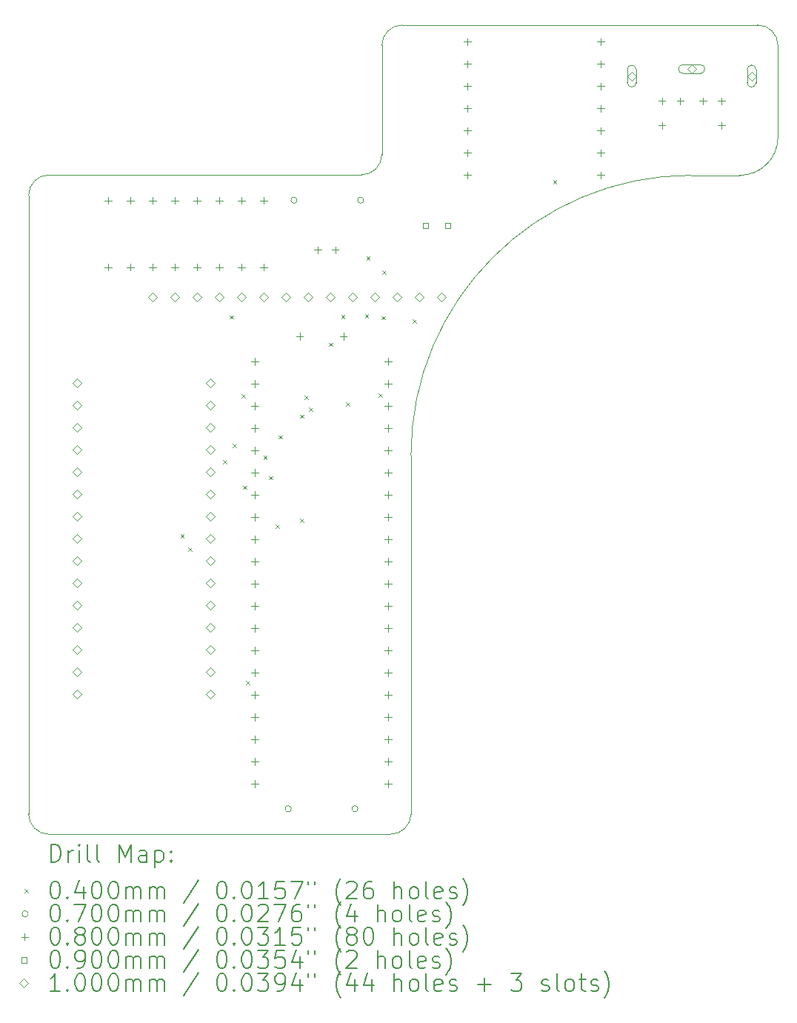
<source format=gbr>
%TF.GenerationSoftware,KiCad,Pcbnew,8.0.5*%
%TF.CreationDate,2024-10-27T18:20:26+00:00*%
%TF.ProjectId,Oric-PS2USB,4f726963-2d50-4533-9255-53422e6b6963,rev?*%
%TF.SameCoordinates,Original*%
%TF.FileFunction,Drillmap*%
%TF.FilePolarity,Positive*%
%FSLAX45Y45*%
G04 Gerber Fmt 4.5, Leading zero omitted, Abs format (unit mm)*
G04 Created by KiCad (PCBNEW 8.0.5) date 2024-10-27 18:20:26*
%MOMM*%
%LPD*%
G01*
G04 APERTURE LIST*
%ADD10C,0.100000*%
%ADD11C,0.200000*%
G04 APERTURE END LIST*
D10*
X10963036Y-2218000D02*
X6902000Y-2218000D01*
X6669000Y-2451000D02*
X6669000Y-3698244D01*
X6669000Y-2451000D02*
G75*
G02*
X6902000Y-2218000I233000J0D01*
G01*
X7001000Y-11137000D02*
X7001244Y-11235244D01*
X7001000Y-7136000D02*
G75*
G02*
X10201000Y-3936000I3200000J0D01*
G01*
X2863756Y-11468244D02*
G75*
G02*
X2630756Y-11235244I0J233000D01*
G01*
X11196036Y-3500964D02*
X11196036Y-2451000D01*
X10963036Y-2218000D02*
G75*
G02*
X11196040Y-2451000I4J-233000D01*
G01*
X7001000Y-7136000D02*
X7001000Y-11137000D01*
X7001244Y-11235244D02*
G75*
G02*
X6768244Y-11468244I-233000J0D01*
G01*
X2630756Y-4164756D02*
G75*
G02*
X2863756Y-3931756I233000J0D01*
G01*
X2863756Y-11468244D02*
X6768244Y-11468244D01*
X11196036Y-3500964D02*
G75*
G02*
X10761000Y-3936000I-435036J0D01*
G01*
X2630756Y-4164756D02*
X2630756Y-11235244D01*
X6669000Y-3698244D02*
G75*
G02*
X6436000Y-3931244I-233000J0D01*
G01*
X6436000Y-3931244D02*
X2863756Y-3931756D01*
X10201000Y-3936000D02*
X10761000Y-3936000D01*
D11*
D10*
X4367000Y-8041000D02*
X4407000Y-8081000D01*
X4407000Y-8041000D02*
X4367000Y-8081000D01*
X4456000Y-8193000D02*
X4496000Y-8233000D01*
X4496000Y-8193000D02*
X4456000Y-8233000D01*
X4852000Y-7191330D02*
X4892000Y-7231330D01*
X4892000Y-7191330D02*
X4852000Y-7231330D01*
X4928000Y-5537000D02*
X4968000Y-5577000D01*
X4968000Y-5537000D02*
X4928000Y-5577000D01*
X4961000Y-7008000D02*
X5001000Y-7048000D01*
X5001000Y-7008000D02*
X4961000Y-7048000D01*
X5067000Y-6438000D02*
X5107000Y-6478000D01*
X5107000Y-6438000D02*
X5067000Y-6478000D01*
X5079290Y-7483240D02*
X5119290Y-7523240D01*
X5119290Y-7483240D02*
X5079290Y-7523240D01*
X5114830Y-9717790D02*
X5154830Y-9757790D01*
X5154830Y-9717790D02*
X5114830Y-9757790D01*
X5315180Y-7140920D02*
X5355180Y-7180920D01*
X5355180Y-7140920D02*
X5315180Y-7180920D01*
X5377880Y-7374560D02*
X5417880Y-7414560D01*
X5417880Y-7374560D02*
X5377880Y-7414560D01*
X5455235Y-7929765D02*
X5495235Y-7969765D01*
X5495235Y-7929765D02*
X5455235Y-7969765D01*
X5486740Y-6907150D02*
X5526740Y-6947150D01*
X5526740Y-6907150D02*
X5486740Y-6947150D01*
X5734570Y-6671460D02*
X5774570Y-6711460D01*
X5774570Y-6671460D02*
X5734570Y-6711460D01*
X5734570Y-7858860D02*
X5774570Y-7898860D01*
X5774570Y-7858860D02*
X5734570Y-7898860D01*
X5786000Y-6455000D02*
X5826000Y-6495000D01*
X5826000Y-6455000D02*
X5786000Y-6495000D01*
X5834800Y-6591370D02*
X5874800Y-6631370D01*
X5874800Y-6591370D02*
X5834800Y-6631370D01*
X6061400Y-5848930D02*
X6101400Y-5888930D01*
X6101400Y-5848930D02*
X6061400Y-5888930D01*
X6204000Y-5534000D02*
X6244000Y-5574000D01*
X6244000Y-5534000D02*
X6204000Y-5574000D01*
X6261280Y-6533000D02*
X6301280Y-6573000D01*
X6301280Y-6533000D02*
X6261280Y-6573000D01*
X6474620Y-5526730D02*
X6514620Y-5566730D01*
X6514620Y-5526730D02*
X6474620Y-5566730D01*
X6491525Y-4860525D02*
X6531525Y-4900525D01*
X6531525Y-4860525D02*
X6491525Y-4900525D01*
X6632760Y-6429630D02*
X6672760Y-6469630D01*
X6672760Y-6429630D02*
X6632760Y-6469630D01*
X6668000Y-5546000D02*
X6708000Y-5586000D01*
X6708000Y-5546000D02*
X6668000Y-5586000D01*
X6671000Y-5023000D02*
X6711000Y-5063000D01*
X6711000Y-5023000D02*
X6671000Y-5063000D01*
X7020280Y-5583540D02*
X7060280Y-5623540D01*
X7060280Y-5583540D02*
X7020280Y-5623540D01*
X8624614Y-3989114D02*
X8664614Y-4029114D01*
X8664614Y-3989114D02*
X8624614Y-4029114D01*
X5632500Y-11177000D02*
G75*
G02*
X5562500Y-11177000I-35000J0D01*
G01*
X5562500Y-11177000D02*
G75*
G02*
X5632500Y-11177000I35000J0D01*
G01*
X5699000Y-4221000D02*
G75*
G02*
X5629000Y-4221000I-35000J0D01*
G01*
X5629000Y-4221000D02*
G75*
G02*
X5699000Y-4221000I35000J0D01*
G01*
X6394500Y-11177000D02*
G75*
G02*
X6324500Y-11177000I-35000J0D01*
G01*
X6324500Y-11177000D02*
G75*
G02*
X6394500Y-11177000I35000J0D01*
G01*
X6461000Y-4221000D02*
G75*
G02*
X6391000Y-4221000I-35000J0D01*
G01*
X6391000Y-4221000D02*
G75*
G02*
X6461000Y-4221000I35000J0D01*
G01*
X3540000Y-4185000D02*
X3540000Y-4265000D01*
X3500000Y-4225000D02*
X3580000Y-4225000D01*
X3540000Y-4947000D02*
X3540000Y-5027000D01*
X3500000Y-4987000D02*
X3580000Y-4987000D01*
X3794000Y-4185000D02*
X3794000Y-4265000D01*
X3754000Y-4225000D02*
X3834000Y-4225000D01*
X3794000Y-4947000D02*
X3794000Y-5027000D01*
X3754000Y-4987000D02*
X3834000Y-4987000D01*
X4048000Y-4185000D02*
X4048000Y-4265000D01*
X4008000Y-4225000D02*
X4088000Y-4225000D01*
X4048000Y-4947000D02*
X4048000Y-5027000D01*
X4008000Y-4987000D02*
X4088000Y-4987000D01*
X4302000Y-4185000D02*
X4302000Y-4265000D01*
X4262000Y-4225000D02*
X4342000Y-4225000D01*
X4302000Y-4947000D02*
X4302000Y-5027000D01*
X4262000Y-4987000D02*
X4342000Y-4987000D01*
X4556000Y-4185000D02*
X4556000Y-4265000D01*
X4516000Y-4225000D02*
X4596000Y-4225000D01*
X4556000Y-4947000D02*
X4556000Y-5027000D01*
X4516000Y-4987000D02*
X4596000Y-4987000D01*
X4810000Y-4185000D02*
X4810000Y-4265000D01*
X4770000Y-4225000D02*
X4850000Y-4225000D01*
X4810000Y-4947000D02*
X4810000Y-5027000D01*
X4770000Y-4987000D02*
X4850000Y-4987000D01*
X5064000Y-4185000D02*
X5064000Y-4265000D01*
X5024000Y-4225000D02*
X5104000Y-4225000D01*
X5064000Y-4947000D02*
X5064000Y-5027000D01*
X5024000Y-4987000D02*
X5104000Y-4987000D01*
X5216000Y-6024000D02*
X5216000Y-6104000D01*
X5176000Y-6064000D02*
X5256000Y-6064000D01*
X5216000Y-6278000D02*
X5216000Y-6358000D01*
X5176000Y-6318000D02*
X5256000Y-6318000D01*
X5216000Y-6532000D02*
X5216000Y-6612000D01*
X5176000Y-6572000D02*
X5256000Y-6572000D01*
X5216000Y-6786000D02*
X5216000Y-6866000D01*
X5176000Y-6826000D02*
X5256000Y-6826000D01*
X5216000Y-7040000D02*
X5216000Y-7120000D01*
X5176000Y-7080000D02*
X5256000Y-7080000D01*
X5216000Y-7294000D02*
X5216000Y-7374000D01*
X5176000Y-7334000D02*
X5256000Y-7334000D01*
X5216000Y-7548000D02*
X5216000Y-7628000D01*
X5176000Y-7588000D02*
X5256000Y-7588000D01*
X5216000Y-7802000D02*
X5216000Y-7882000D01*
X5176000Y-7842000D02*
X5256000Y-7842000D01*
X5216000Y-8056000D02*
X5216000Y-8136000D01*
X5176000Y-8096000D02*
X5256000Y-8096000D01*
X5216000Y-8310000D02*
X5216000Y-8390000D01*
X5176000Y-8350000D02*
X5256000Y-8350000D01*
X5216000Y-8564000D02*
X5216000Y-8644000D01*
X5176000Y-8604000D02*
X5256000Y-8604000D01*
X5216000Y-8818000D02*
X5216000Y-8898000D01*
X5176000Y-8858000D02*
X5256000Y-8858000D01*
X5216000Y-9072000D02*
X5216000Y-9152000D01*
X5176000Y-9112000D02*
X5256000Y-9112000D01*
X5216000Y-9326000D02*
X5216000Y-9406000D01*
X5176000Y-9366000D02*
X5256000Y-9366000D01*
X5216000Y-9580000D02*
X5216000Y-9660000D01*
X5176000Y-9620000D02*
X5256000Y-9620000D01*
X5216000Y-9834000D02*
X5216000Y-9914000D01*
X5176000Y-9874000D02*
X5256000Y-9874000D01*
X5216000Y-10088000D02*
X5216000Y-10168000D01*
X5176000Y-10128000D02*
X5256000Y-10128000D01*
X5216000Y-10342000D02*
X5216000Y-10422000D01*
X5176000Y-10382000D02*
X5256000Y-10382000D01*
X5216000Y-10596000D02*
X5216000Y-10676000D01*
X5176000Y-10636000D02*
X5256000Y-10636000D01*
X5216000Y-10850000D02*
X5216000Y-10930000D01*
X5176000Y-10890000D02*
X5256000Y-10890000D01*
X5318000Y-4185000D02*
X5318000Y-4265000D01*
X5278000Y-4225000D02*
X5358000Y-4225000D01*
X5318000Y-4947000D02*
X5318000Y-5027000D01*
X5278000Y-4987000D02*
X5358000Y-4987000D01*
X5728500Y-5738000D02*
X5728500Y-5818000D01*
X5688500Y-5778000D02*
X5768500Y-5778000D01*
X5936000Y-4749000D02*
X5936000Y-4829000D01*
X5896000Y-4789000D02*
X5976000Y-4789000D01*
X6136000Y-4749000D02*
X6136000Y-4829000D01*
X6096000Y-4789000D02*
X6176000Y-4789000D01*
X6228500Y-5738000D02*
X6228500Y-5818000D01*
X6188500Y-5778000D02*
X6268500Y-5778000D01*
X6740000Y-6024000D02*
X6740000Y-6104000D01*
X6700000Y-6064000D02*
X6780000Y-6064000D01*
X6740000Y-6278000D02*
X6740000Y-6358000D01*
X6700000Y-6318000D02*
X6780000Y-6318000D01*
X6740000Y-6532000D02*
X6740000Y-6612000D01*
X6700000Y-6572000D02*
X6780000Y-6572000D01*
X6740000Y-6786000D02*
X6740000Y-6866000D01*
X6700000Y-6826000D02*
X6780000Y-6826000D01*
X6740000Y-7040000D02*
X6740000Y-7120000D01*
X6700000Y-7080000D02*
X6780000Y-7080000D01*
X6740000Y-7294000D02*
X6740000Y-7374000D01*
X6700000Y-7334000D02*
X6780000Y-7334000D01*
X6740000Y-7548000D02*
X6740000Y-7628000D01*
X6700000Y-7588000D02*
X6780000Y-7588000D01*
X6740000Y-7802000D02*
X6740000Y-7882000D01*
X6700000Y-7842000D02*
X6780000Y-7842000D01*
X6740000Y-8056000D02*
X6740000Y-8136000D01*
X6700000Y-8096000D02*
X6780000Y-8096000D01*
X6740000Y-8310000D02*
X6740000Y-8390000D01*
X6700000Y-8350000D02*
X6780000Y-8350000D01*
X6740000Y-8564000D02*
X6740000Y-8644000D01*
X6700000Y-8604000D02*
X6780000Y-8604000D01*
X6740000Y-8818000D02*
X6740000Y-8898000D01*
X6700000Y-8858000D02*
X6780000Y-8858000D01*
X6740000Y-9072000D02*
X6740000Y-9152000D01*
X6700000Y-9112000D02*
X6780000Y-9112000D01*
X6740000Y-9326000D02*
X6740000Y-9406000D01*
X6700000Y-9366000D02*
X6780000Y-9366000D01*
X6740000Y-9580000D02*
X6740000Y-9660000D01*
X6700000Y-9620000D02*
X6780000Y-9620000D01*
X6740000Y-9834000D02*
X6740000Y-9914000D01*
X6700000Y-9874000D02*
X6780000Y-9874000D01*
X6740000Y-10088000D02*
X6740000Y-10168000D01*
X6700000Y-10128000D02*
X6780000Y-10128000D01*
X6740000Y-10342000D02*
X6740000Y-10422000D01*
X6700000Y-10382000D02*
X6780000Y-10382000D01*
X6740000Y-10596000D02*
X6740000Y-10676000D01*
X6700000Y-10636000D02*
X6780000Y-10636000D01*
X6740000Y-10850000D02*
X6740000Y-10930000D01*
X6700000Y-10890000D02*
X6780000Y-10890000D01*
X7646000Y-2369000D02*
X7646000Y-2449000D01*
X7606000Y-2409000D02*
X7686000Y-2409000D01*
X7646000Y-2623000D02*
X7646000Y-2703000D01*
X7606000Y-2663000D02*
X7686000Y-2663000D01*
X7646000Y-2877000D02*
X7646000Y-2957000D01*
X7606000Y-2917000D02*
X7686000Y-2917000D01*
X7646000Y-3131000D02*
X7646000Y-3211000D01*
X7606000Y-3171000D02*
X7686000Y-3171000D01*
X7646000Y-3385000D02*
X7646000Y-3465000D01*
X7606000Y-3425000D02*
X7686000Y-3425000D01*
X7646000Y-3639000D02*
X7646000Y-3719000D01*
X7606000Y-3679000D02*
X7686000Y-3679000D01*
X7646000Y-3893000D02*
X7646000Y-3973000D01*
X7606000Y-3933000D02*
X7686000Y-3933000D01*
X9170000Y-2369000D02*
X9170000Y-2449000D01*
X9130000Y-2409000D02*
X9210000Y-2409000D01*
X9170000Y-2623000D02*
X9170000Y-2703000D01*
X9130000Y-2663000D02*
X9210000Y-2663000D01*
X9170000Y-2877000D02*
X9170000Y-2957000D01*
X9130000Y-2917000D02*
X9210000Y-2917000D01*
X9170000Y-3131000D02*
X9170000Y-3211000D01*
X9130000Y-3171000D02*
X9210000Y-3171000D01*
X9170000Y-3385000D02*
X9170000Y-3465000D01*
X9130000Y-3425000D02*
X9210000Y-3425000D01*
X9170000Y-3639000D02*
X9170000Y-3719000D01*
X9130000Y-3679000D02*
X9210000Y-3679000D01*
X9170000Y-3893000D02*
X9170000Y-3973000D01*
X9130000Y-3933000D02*
X9210000Y-3933000D01*
X9869000Y-3047000D02*
X9869000Y-3127000D01*
X9829000Y-3087000D02*
X9909000Y-3087000D01*
X9869000Y-3327000D02*
X9869000Y-3407000D01*
X9829000Y-3367000D02*
X9909000Y-3367000D01*
X10079000Y-3047000D02*
X10079000Y-3127000D01*
X10039000Y-3087000D02*
X10119000Y-3087000D01*
X10339000Y-3047000D02*
X10339000Y-3127000D01*
X10299000Y-3087000D02*
X10379000Y-3087000D01*
X10549000Y-3047000D02*
X10549000Y-3127000D01*
X10509000Y-3087000D02*
X10589000Y-3087000D01*
X10549000Y-3327000D02*
X10549000Y-3407000D01*
X10509000Y-3367000D02*
X10589000Y-3367000D01*
X7199320Y-4541820D02*
X7199320Y-4478180D01*
X7135680Y-4478180D01*
X7135680Y-4541820D01*
X7199320Y-4541820D01*
X7453320Y-4541820D02*
X7453320Y-4478180D01*
X7389680Y-4478180D01*
X7389680Y-4541820D01*
X7453320Y-4541820D01*
X3182000Y-6358000D02*
X3232000Y-6308000D01*
X3182000Y-6258000D01*
X3132000Y-6308000D01*
X3182000Y-6358000D01*
X3182000Y-6612000D02*
X3232000Y-6562000D01*
X3182000Y-6512000D01*
X3132000Y-6562000D01*
X3182000Y-6612000D01*
X3182000Y-6866000D02*
X3232000Y-6816000D01*
X3182000Y-6766000D01*
X3132000Y-6816000D01*
X3182000Y-6866000D01*
X3182000Y-7120000D02*
X3232000Y-7070000D01*
X3182000Y-7020000D01*
X3132000Y-7070000D01*
X3182000Y-7120000D01*
X3182000Y-7374000D02*
X3232000Y-7324000D01*
X3182000Y-7274000D01*
X3132000Y-7324000D01*
X3182000Y-7374000D01*
X3182000Y-7628000D02*
X3232000Y-7578000D01*
X3182000Y-7528000D01*
X3132000Y-7578000D01*
X3182000Y-7628000D01*
X3182000Y-7882000D02*
X3232000Y-7832000D01*
X3182000Y-7782000D01*
X3132000Y-7832000D01*
X3182000Y-7882000D01*
X3182000Y-8136000D02*
X3232000Y-8086000D01*
X3182000Y-8036000D01*
X3132000Y-8086000D01*
X3182000Y-8136000D01*
X3182000Y-8390000D02*
X3232000Y-8340000D01*
X3182000Y-8290000D01*
X3132000Y-8340000D01*
X3182000Y-8390000D01*
X3182000Y-8644000D02*
X3232000Y-8594000D01*
X3182000Y-8544000D01*
X3132000Y-8594000D01*
X3182000Y-8644000D01*
X3182000Y-8898000D02*
X3232000Y-8848000D01*
X3182000Y-8798000D01*
X3132000Y-8848000D01*
X3182000Y-8898000D01*
X3182000Y-9152000D02*
X3232000Y-9102000D01*
X3182000Y-9052000D01*
X3132000Y-9102000D01*
X3182000Y-9152000D01*
X3182000Y-9406000D02*
X3232000Y-9356000D01*
X3182000Y-9306000D01*
X3132000Y-9356000D01*
X3182000Y-9406000D01*
X3182000Y-9660000D02*
X3232000Y-9610000D01*
X3182000Y-9560000D01*
X3132000Y-9610000D01*
X3182000Y-9660000D01*
X3182000Y-9914000D02*
X3232000Y-9864000D01*
X3182000Y-9814000D01*
X3132000Y-9864000D01*
X3182000Y-9914000D01*
X4047000Y-5378000D02*
X4097000Y-5328000D01*
X4047000Y-5278000D01*
X3997000Y-5328000D01*
X4047000Y-5378000D01*
X4301000Y-5378000D02*
X4351000Y-5328000D01*
X4301000Y-5278000D01*
X4251000Y-5328000D01*
X4301000Y-5378000D01*
X4555000Y-5378000D02*
X4605000Y-5328000D01*
X4555000Y-5278000D01*
X4505000Y-5328000D01*
X4555000Y-5378000D01*
X4706000Y-6358000D02*
X4756000Y-6308000D01*
X4706000Y-6258000D01*
X4656000Y-6308000D01*
X4706000Y-6358000D01*
X4706000Y-6612000D02*
X4756000Y-6562000D01*
X4706000Y-6512000D01*
X4656000Y-6562000D01*
X4706000Y-6612000D01*
X4706000Y-6866000D02*
X4756000Y-6816000D01*
X4706000Y-6766000D01*
X4656000Y-6816000D01*
X4706000Y-6866000D01*
X4706000Y-7120000D02*
X4756000Y-7070000D01*
X4706000Y-7020000D01*
X4656000Y-7070000D01*
X4706000Y-7120000D01*
X4706000Y-7374000D02*
X4756000Y-7324000D01*
X4706000Y-7274000D01*
X4656000Y-7324000D01*
X4706000Y-7374000D01*
X4706000Y-7628000D02*
X4756000Y-7578000D01*
X4706000Y-7528000D01*
X4656000Y-7578000D01*
X4706000Y-7628000D01*
X4706000Y-7882000D02*
X4756000Y-7832000D01*
X4706000Y-7782000D01*
X4656000Y-7832000D01*
X4706000Y-7882000D01*
X4706000Y-8136000D02*
X4756000Y-8086000D01*
X4706000Y-8036000D01*
X4656000Y-8086000D01*
X4706000Y-8136000D01*
X4706000Y-8390000D02*
X4756000Y-8340000D01*
X4706000Y-8290000D01*
X4656000Y-8340000D01*
X4706000Y-8390000D01*
X4706000Y-8644000D02*
X4756000Y-8594000D01*
X4706000Y-8544000D01*
X4656000Y-8594000D01*
X4706000Y-8644000D01*
X4706000Y-8898000D02*
X4756000Y-8848000D01*
X4706000Y-8798000D01*
X4656000Y-8848000D01*
X4706000Y-8898000D01*
X4706000Y-9152000D02*
X4756000Y-9102000D01*
X4706000Y-9052000D01*
X4656000Y-9102000D01*
X4706000Y-9152000D01*
X4706000Y-9406000D02*
X4756000Y-9356000D01*
X4706000Y-9306000D01*
X4656000Y-9356000D01*
X4706000Y-9406000D01*
X4706000Y-9660000D02*
X4756000Y-9610000D01*
X4706000Y-9560000D01*
X4656000Y-9610000D01*
X4706000Y-9660000D01*
X4706000Y-9914000D02*
X4756000Y-9864000D01*
X4706000Y-9814000D01*
X4656000Y-9864000D01*
X4706000Y-9914000D01*
X4809000Y-5378000D02*
X4859000Y-5328000D01*
X4809000Y-5278000D01*
X4759000Y-5328000D01*
X4809000Y-5378000D01*
X5063000Y-5378000D02*
X5113000Y-5328000D01*
X5063000Y-5278000D01*
X5013000Y-5328000D01*
X5063000Y-5378000D01*
X5317000Y-5378000D02*
X5367000Y-5328000D01*
X5317000Y-5278000D01*
X5267000Y-5328000D01*
X5317000Y-5378000D01*
X5571000Y-5378000D02*
X5621000Y-5328000D01*
X5571000Y-5278000D01*
X5521000Y-5328000D01*
X5571000Y-5378000D01*
X5825000Y-5378000D02*
X5875000Y-5328000D01*
X5825000Y-5278000D01*
X5775000Y-5328000D01*
X5825000Y-5378000D01*
X6079000Y-5378000D02*
X6129000Y-5328000D01*
X6079000Y-5278000D01*
X6029000Y-5328000D01*
X6079000Y-5378000D01*
X6333000Y-5378000D02*
X6383000Y-5328000D01*
X6333000Y-5278000D01*
X6283000Y-5328000D01*
X6333000Y-5378000D01*
X6587000Y-5378000D02*
X6637000Y-5328000D01*
X6587000Y-5278000D01*
X6537000Y-5328000D01*
X6587000Y-5378000D01*
X6841000Y-5378000D02*
X6891000Y-5328000D01*
X6841000Y-5278000D01*
X6791000Y-5328000D01*
X6841000Y-5378000D01*
X7095000Y-5378000D02*
X7145000Y-5328000D01*
X7095000Y-5278000D01*
X7045000Y-5328000D01*
X7095000Y-5378000D01*
X7349000Y-5378000D02*
X7399000Y-5328000D01*
X7349000Y-5278000D01*
X7299000Y-5328000D01*
X7349000Y-5378000D01*
X9524000Y-2852000D02*
X9574000Y-2802000D01*
X9524000Y-2752000D01*
X9474000Y-2802000D01*
X9524000Y-2852000D01*
X9574000Y-2877000D02*
X9574000Y-2727000D01*
X9474000Y-2727000D02*
G75*
G02*
X9574000Y-2727000I50000J0D01*
G01*
X9474000Y-2727000D02*
X9474000Y-2877000D01*
X9474000Y-2877000D02*
G75*
G03*
X9574000Y-2877000I50000J0D01*
G01*
X10209000Y-2772000D02*
X10259000Y-2722000D01*
X10209000Y-2672000D01*
X10159000Y-2722000D01*
X10209000Y-2772000D01*
X10309000Y-2672000D02*
X10109000Y-2672000D01*
X10109000Y-2772000D02*
G75*
G02*
X10109000Y-2672000I0J50000D01*
G01*
X10109000Y-2772000D02*
X10309000Y-2772000D01*
X10309000Y-2772000D02*
G75*
G03*
X10309000Y-2672000I0J50000D01*
G01*
X10894000Y-2852000D02*
X10944000Y-2802000D01*
X10894000Y-2752000D01*
X10844000Y-2802000D01*
X10894000Y-2852000D01*
X10944000Y-2877000D02*
X10944000Y-2727000D01*
X10844000Y-2727000D02*
G75*
G02*
X10944000Y-2727000I50000J0D01*
G01*
X10844000Y-2727000D02*
X10844000Y-2877000D01*
X10844000Y-2877000D02*
G75*
G03*
X10944000Y-2877000I50000J0D01*
G01*
D11*
X2886533Y-11784728D02*
X2886533Y-11584728D01*
X2886533Y-11584728D02*
X2934152Y-11584728D01*
X2934152Y-11584728D02*
X2962723Y-11594252D01*
X2962723Y-11594252D02*
X2981771Y-11613299D01*
X2981771Y-11613299D02*
X2991295Y-11632347D01*
X2991295Y-11632347D02*
X3000818Y-11670442D01*
X3000818Y-11670442D02*
X3000818Y-11699014D01*
X3000818Y-11699014D02*
X2991295Y-11737109D01*
X2991295Y-11737109D02*
X2981771Y-11756156D01*
X2981771Y-11756156D02*
X2962723Y-11775204D01*
X2962723Y-11775204D02*
X2934152Y-11784728D01*
X2934152Y-11784728D02*
X2886533Y-11784728D01*
X3086533Y-11784728D02*
X3086533Y-11651394D01*
X3086533Y-11689490D02*
X3096056Y-11670442D01*
X3096056Y-11670442D02*
X3105580Y-11660918D01*
X3105580Y-11660918D02*
X3124628Y-11651394D01*
X3124628Y-11651394D02*
X3143676Y-11651394D01*
X3210342Y-11784728D02*
X3210342Y-11651394D01*
X3210342Y-11584728D02*
X3200818Y-11594252D01*
X3200818Y-11594252D02*
X3210342Y-11603775D01*
X3210342Y-11603775D02*
X3219866Y-11594252D01*
X3219866Y-11594252D02*
X3210342Y-11584728D01*
X3210342Y-11584728D02*
X3210342Y-11603775D01*
X3334152Y-11784728D02*
X3315104Y-11775204D01*
X3315104Y-11775204D02*
X3305580Y-11756156D01*
X3305580Y-11756156D02*
X3305580Y-11584728D01*
X3438914Y-11784728D02*
X3419866Y-11775204D01*
X3419866Y-11775204D02*
X3410342Y-11756156D01*
X3410342Y-11756156D02*
X3410342Y-11584728D01*
X3667485Y-11784728D02*
X3667485Y-11584728D01*
X3667485Y-11584728D02*
X3734152Y-11727585D01*
X3734152Y-11727585D02*
X3800818Y-11584728D01*
X3800818Y-11584728D02*
X3800818Y-11784728D01*
X3981771Y-11784728D02*
X3981771Y-11679966D01*
X3981771Y-11679966D02*
X3972247Y-11660918D01*
X3972247Y-11660918D02*
X3953199Y-11651394D01*
X3953199Y-11651394D02*
X3915104Y-11651394D01*
X3915104Y-11651394D02*
X3896056Y-11660918D01*
X3981771Y-11775204D02*
X3962723Y-11784728D01*
X3962723Y-11784728D02*
X3915104Y-11784728D01*
X3915104Y-11784728D02*
X3896056Y-11775204D01*
X3896056Y-11775204D02*
X3886533Y-11756156D01*
X3886533Y-11756156D02*
X3886533Y-11737109D01*
X3886533Y-11737109D02*
X3896056Y-11718061D01*
X3896056Y-11718061D02*
X3915104Y-11708537D01*
X3915104Y-11708537D02*
X3962723Y-11708537D01*
X3962723Y-11708537D02*
X3981771Y-11699014D01*
X4077009Y-11651394D02*
X4077009Y-11851394D01*
X4077009Y-11660918D02*
X4096056Y-11651394D01*
X4096056Y-11651394D02*
X4134152Y-11651394D01*
X4134152Y-11651394D02*
X4153199Y-11660918D01*
X4153199Y-11660918D02*
X4162723Y-11670442D01*
X4162723Y-11670442D02*
X4172247Y-11689490D01*
X4172247Y-11689490D02*
X4172247Y-11746633D01*
X4172247Y-11746633D02*
X4162723Y-11765680D01*
X4162723Y-11765680D02*
X4153199Y-11775204D01*
X4153199Y-11775204D02*
X4134152Y-11784728D01*
X4134152Y-11784728D02*
X4096056Y-11784728D01*
X4096056Y-11784728D02*
X4077009Y-11775204D01*
X4257961Y-11765680D02*
X4267485Y-11775204D01*
X4267485Y-11775204D02*
X4257961Y-11784728D01*
X4257961Y-11784728D02*
X4248438Y-11775204D01*
X4248438Y-11775204D02*
X4257961Y-11765680D01*
X4257961Y-11765680D02*
X4257961Y-11784728D01*
X4257961Y-11660918D02*
X4267485Y-11670442D01*
X4267485Y-11670442D02*
X4257961Y-11679966D01*
X4257961Y-11679966D02*
X4248438Y-11670442D01*
X4248438Y-11670442D02*
X4257961Y-11660918D01*
X4257961Y-11660918D02*
X4257961Y-11679966D01*
D10*
X2585756Y-12093244D02*
X2625756Y-12133244D01*
X2625756Y-12093244D02*
X2585756Y-12133244D01*
D11*
X2924628Y-12004728D02*
X2943676Y-12004728D01*
X2943676Y-12004728D02*
X2962723Y-12014252D01*
X2962723Y-12014252D02*
X2972247Y-12023775D01*
X2972247Y-12023775D02*
X2981771Y-12042823D01*
X2981771Y-12042823D02*
X2991295Y-12080918D01*
X2991295Y-12080918D02*
X2991295Y-12128537D01*
X2991295Y-12128537D02*
X2981771Y-12166633D01*
X2981771Y-12166633D02*
X2972247Y-12185680D01*
X2972247Y-12185680D02*
X2962723Y-12195204D01*
X2962723Y-12195204D02*
X2943676Y-12204728D01*
X2943676Y-12204728D02*
X2924628Y-12204728D01*
X2924628Y-12204728D02*
X2905580Y-12195204D01*
X2905580Y-12195204D02*
X2896056Y-12185680D01*
X2896056Y-12185680D02*
X2886533Y-12166633D01*
X2886533Y-12166633D02*
X2877009Y-12128537D01*
X2877009Y-12128537D02*
X2877009Y-12080918D01*
X2877009Y-12080918D02*
X2886533Y-12042823D01*
X2886533Y-12042823D02*
X2896056Y-12023775D01*
X2896056Y-12023775D02*
X2905580Y-12014252D01*
X2905580Y-12014252D02*
X2924628Y-12004728D01*
X3077009Y-12185680D02*
X3086533Y-12195204D01*
X3086533Y-12195204D02*
X3077009Y-12204728D01*
X3077009Y-12204728D02*
X3067485Y-12195204D01*
X3067485Y-12195204D02*
X3077009Y-12185680D01*
X3077009Y-12185680D02*
X3077009Y-12204728D01*
X3257961Y-12071394D02*
X3257961Y-12204728D01*
X3210342Y-11995204D02*
X3162723Y-12138061D01*
X3162723Y-12138061D02*
X3286533Y-12138061D01*
X3400818Y-12004728D02*
X3419866Y-12004728D01*
X3419866Y-12004728D02*
X3438914Y-12014252D01*
X3438914Y-12014252D02*
X3448437Y-12023775D01*
X3448437Y-12023775D02*
X3457961Y-12042823D01*
X3457961Y-12042823D02*
X3467485Y-12080918D01*
X3467485Y-12080918D02*
X3467485Y-12128537D01*
X3467485Y-12128537D02*
X3457961Y-12166633D01*
X3457961Y-12166633D02*
X3448437Y-12185680D01*
X3448437Y-12185680D02*
X3438914Y-12195204D01*
X3438914Y-12195204D02*
X3419866Y-12204728D01*
X3419866Y-12204728D02*
X3400818Y-12204728D01*
X3400818Y-12204728D02*
X3381771Y-12195204D01*
X3381771Y-12195204D02*
X3372247Y-12185680D01*
X3372247Y-12185680D02*
X3362723Y-12166633D01*
X3362723Y-12166633D02*
X3353199Y-12128537D01*
X3353199Y-12128537D02*
X3353199Y-12080918D01*
X3353199Y-12080918D02*
X3362723Y-12042823D01*
X3362723Y-12042823D02*
X3372247Y-12023775D01*
X3372247Y-12023775D02*
X3381771Y-12014252D01*
X3381771Y-12014252D02*
X3400818Y-12004728D01*
X3591295Y-12004728D02*
X3610342Y-12004728D01*
X3610342Y-12004728D02*
X3629390Y-12014252D01*
X3629390Y-12014252D02*
X3638914Y-12023775D01*
X3638914Y-12023775D02*
X3648437Y-12042823D01*
X3648437Y-12042823D02*
X3657961Y-12080918D01*
X3657961Y-12080918D02*
X3657961Y-12128537D01*
X3657961Y-12128537D02*
X3648437Y-12166633D01*
X3648437Y-12166633D02*
X3638914Y-12185680D01*
X3638914Y-12185680D02*
X3629390Y-12195204D01*
X3629390Y-12195204D02*
X3610342Y-12204728D01*
X3610342Y-12204728D02*
X3591295Y-12204728D01*
X3591295Y-12204728D02*
X3572247Y-12195204D01*
X3572247Y-12195204D02*
X3562723Y-12185680D01*
X3562723Y-12185680D02*
X3553199Y-12166633D01*
X3553199Y-12166633D02*
X3543676Y-12128537D01*
X3543676Y-12128537D02*
X3543676Y-12080918D01*
X3543676Y-12080918D02*
X3553199Y-12042823D01*
X3553199Y-12042823D02*
X3562723Y-12023775D01*
X3562723Y-12023775D02*
X3572247Y-12014252D01*
X3572247Y-12014252D02*
X3591295Y-12004728D01*
X3743676Y-12204728D02*
X3743676Y-12071394D01*
X3743676Y-12090442D02*
X3753199Y-12080918D01*
X3753199Y-12080918D02*
X3772247Y-12071394D01*
X3772247Y-12071394D02*
X3800818Y-12071394D01*
X3800818Y-12071394D02*
X3819866Y-12080918D01*
X3819866Y-12080918D02*
X3829390Y-12099966D01*
X3829390Y-12099966D02*
X3829390Y-12204728D01*
X3829390Y-12099966D02*
X3838914Y-12080918D01*
X3838914Y-12080918D02*
X3857961Y-12071394D01*
X3857961Y-12071394D02*
X3886533Y-12071394D01*
X3886533Y-12071394D02*
X3905580Y-12080918D01*
X3905580Y-12080918D02*
X3915104Y-12099966D01*
X3915104Y-12099966D02*
X3915104Y-12204728D01*
X4010342Y-12204728D02*
X4010342Y-12071394D01*
X4010342Y-12090442D02*
X4019866Y-12080918D01*
X4019866Y-12080918D02*
X4038914Y-12071394D01*
X4038914Y-12071394D02*
X4067485Y-12071394D01*
X4067485Y-12071394D02*
X4086533Y-12080918D01*
X4086533Y-12080918D02*
X4096057Y-12099966D01*
X4096057Y-12099966D02*
X4096057Y-12204728D01*
X4096057Y-12099966D02*
X4105580Y-12080918D01*
X4105580Y-12080918D02*
X4124628Y-12071394D01*
X4124628Y-12071394D02*
X4153199Y-12071394D01*
X4153199Y-12071394D02*
X4172247Y-12080918D01*
X4172247Y-12080918D02*
X4181771Y-12099966D01*
X4181771Y-12099966D02*
X4181771Y-12204728D01*
X4572247Y-11995204D02*
X4400819Y-12252347D01*
X4829390Y-12004728D02*
X4848438Y-12004728D01*
X4848438Y-12004728D02*
X4867485Y-12014252D01*
X4867485Y-12014252D02*
X4877009Y-12023775D01*
X4877009Y-12023775D02*
X4886533Y-12042823D01*
X4886533Y-12042823D02*
X4896057Y-12080918D01*
X4896057Y-12080918D02*
X4896057Y-12128537D01*
X4896057Y-12128537D02*
X4886533Y-12166633D01*
X4886533Y-12166633D02*
X4877009Y-12185680D01*
X4877009Y-12185680D02*
X4867485Y-12195204D01*
X4867485Y-12195204D02*
X4848438Y-12204728D01*
X4848438Y-12204728D02*
X4829390Y-12204728D01*
X4829390Y-12204728D02*
X4810342Y-12195204D01*
X4810342Y-12195204D02*
X4800819Y-12185680D01*
X4800819Y-12185680D02*
X4791295Y-12166633D01*
X4791295Y-12166633D02*
X4781771Y-12128537D01*
X4781771Y-12128537D02*
X4781771Y-12080918D01*
X4781771Y-12080918D02*
X4791295Y-12042823D01*
X4791295Y-12042823D02*
X4800819Y-12023775D01*
X4800819Y-12023775D02*
X4810342Y-12014252D01*
X4810342Y-12014252D02*
X4829390Y-12004728D01*
X4981771Y-12185680D02*
X4991295Y-12195204D01*
X4991295Y-12195204D02*
X4981771Y-12204728D01*
X4981771Y-12204728D02*
X4972247Y-12195204D01*
X4972247Y-12195204D02*
X4981771Y-12185680D01*
X4981771Y-12185680D02*
X4981771Y-12204728D01*
X5115104Y-12004728D02*
X5134152Y-12004728D01*
X5134152Y-12004728D02*
X5153200Y-12014252D01*
X5153200Y-12014252D02*
X5162723Y-12023775D01*
X5162723Y-12023775D02*
X5172247Y-12042823D01*
X5172247Y-12042823D02*
X5181771Y-12080918D01*
X5181771Y-12080918D02*
X5181771Y-12128537D01*
X5181771Y-12128537D02*
X5172247Y-12166633D01*
X5172247Y-12166633D02*
X5162723Y-12185680D01*
X5162723Y-12185680D02*
X5153200Y-12195204D01*
X5153200Y-12195204D02*
X5134152Y-12204728D01*
X5134152Y-12204728D02*
X5115104Y-12204728D01*
X5115104Y-12204728D02*
X5096057Y-12195204D01*
X5096057Y-12195204D02*
X5086533Y-12185680D01*
X5086533Y-12185680D02*
X5077009Y-12166633D01*
X5077009Y-12166633D02*
X5067485Y-12128537D01*
X5067485Y-12128537D02*
X5067485Y-12080918D01*
X5067485Y-12080918D02*
X5077009Y-12042823D01*
X5077009Y-12042823D02*
X5086533Y-12023775D01*
X5086533Y-12023775D02*
X5096057Y-12014252D01*
X5096057Y-12014252D02*
X5115104Y-12004728D01*
X5372247Y-12204728D02*
X5257962Y-12204728D01*
X5315104Y-12204728D02*
X5315104Y-12004728D01*
X5315104Y-12004728D02*
X5296057Y-12033299D01*
X5296057Y-12033299D02*
X5277009Y-12052347D01*
X5277009Y-12052347D02*
X5257962Y-12061871D01*
X5553200Y-12004728D02*
X5457962Y-12004728D01*
X5457962Y-12004728D02*
X5448438Y-12099966D01*
X5448438Y-12099966D02*
X5457962Y-12090442D01*
X5457962Y-12090442D02*
X5477009Y-12080918D01*
X5477009Y-12080918D02*
X5524628Y-12080918D01*
X5524628Y-12080918D02*
X5543676Y-12090442D01*
X5543676Y-12090442D02*
X5553200Y-12099966D01*
X5553200Y-12099966D02*
X5562723Y-12119014D01*
X5562723Y-12119014D02*
X5562723Y-12166633D01*
X5562723Y-12166633D02*
X5553200Y-12185680D01*
X5553200Y-12185680D02*
X5543676Y-12195204D01*
X5543676Y-12195204D02*
X5524628Y-12204728D01*
X5524628Y-12204728D02*
X5477009Y-12204728D01*
X5477009Y-12204728D02*
X5457962Y-12195204D01*
X5457962Y-12195204D02*
X5448438Y-12185680D01*
X5629390Y-12004728D02*
X5762723Y-12004728D01*
X5762723Y-12004728D02*
X5677009Y-12204728D01*
X5829390Y-12004728D02*
X5829390Y-12042823D01*
X5905581Y-12004728D02*
X5905581Y-12042823D01*
X6200819Y-12280918D02*
X6191295Y-12271394D01*
X6191295Y-12271394D02*
X6172247Y-12242823D01*
X6172247Y-12242823D02*
X6162723Y-12223775D01*
X6162723Y-12223775D02*
X6153200Y-12195204D01*
X6153200Y-12195204D02*
X6143676Y-12147585D01*
X6143676Y-12147585D02*
X6143676Y-12109490D01*
X6143676Y-12109490D02*
X6153200Y-12061871D01*
X6153200Y-12061871D02*
X6162723Y-12033299D01*
X6162723Y-12033299D02*
X6172247Y-12014252D01*
X6172247Y-12014252D02*
X6191295Y-11985680D01*
X6191295Y-11985680D02*
X6200819Y-11976156D01*
X6267485Y-12023775D02*
X6277009Y-12014252D01*
X6277009Y-12014252D02*
X6296057Y-12004728D01*
X6296057Y-12004728D02*
X6343676Y-12004728D01*
X6343676Y-12004728D02*
X6362723Y-12014252D01*
X6362723Y-12014252D02*
X6372247Y-12023775D01*
X6372247Y-12023775D02*
X6381771Y-12042823D01*
X6381771Y-12042823D02*
X6381771Y-12061871D01*
X6381771Y-12061871D02*
X6372247Y-12090442D01*
X6372247Y-12090442D02*
X6257962Y-12204728D01*
X6257962Y-12204728D02*
X6381771Y-12204728D01*
X6553200Y-12004728D02*
X6515104Y-12004728D01*
X6515104Y-12004728D02*
X6496057Y-12014252D01*
X6496057Y-12014252D02*
X6486533Y-12023775D01*
X6486533Y-12023775D02*
X6467485Y-12052347D01*
X6467485Y-12052347D02*
X6457962Y-12090442D01*
X6457962Y-12090442D02*
X6457962Y-12166633D01*
X6457962Y-12166633D02*
X6467485Y-12185680D01*
X6467485Y-12185680D02*
X6477009Y-12195204D01*
X6477009Y-12195204D02*
X6496057Y-12204728D01*
X6496057Y-12204728D02*
X6534152Y-12204728D01*
X6534152Y-12204728D02*
X6553200Y-12195204D01*
X6553200Y-12195204D02*
X6562723Y-12185680D01*
X6562723Y-12185680D02*
X6572247Y-12166633D01*
X6572247Y-12166633D02*
X6572247Y-12119014D01*
X6572247Y-12119014D02*
X6562723Y-12099966D01*
X6562723Y-12099966D02*
X6553200Y-12090442D01*
X6553200Y-12090442D02*
X6534152Y-12080918D01*
X6534152Y-12080918D02*
X6496057Y-12080918D01*
X6496057Y-12080918D02*
X6477009Y-12090442D01*
X6477009Y-12090442D02*
X6467485Y-12099966D01*
X6467485Y-12099966D02*
X6457962Y-12119014D01*
X6810343Y-12204728D02*
X6810343Y-12004728D01*
X6896057Y-12204728D02*
X6896057Y-12099966D01*
X6896057Y-12099966D02*
X6886533Y-12080918D01*
X6886533Y-12080918D02*
X6867485Y-12071394D01*
X6867485Y-12071394D02*
X6838914Y-12071394D01*
X6838914Y-12071394D02*
X6819866Y-12080918D01*
X6819866Y-12080918D02*
X6810343Y-12090442D01*
X7019866Y-12204728D02*
X7000819Y-12195204D01*
X7000819Y-12195204D02*
X6991295Y-12185680D01*
X6991295Y-12185680D02*
X6981771Y-12166633D01*
X6981771Y-12166633D02*
X6981771Y-12109490D01*
X6981771Y-12109490D02*
X6991295Y-12090442D01*
X6991295Y-12090442D02*
X7000819Y-12080918D01*
X7000819Y-12080918D02*
X7019866Y-12071394D01*
X7019866Y-12071394D02*
X7048438Y-12071394D01*
X7048438Y-12071394D02*
X7067485Y-12080918D01*
X7067485Y-12080918D02*
X7077009Y-12090442D01*
X7077009Y-12090442D02*
X7086533Y-12109490D01*
X7086533Y-12109490D02*
X7086533Y-12166633D01*
X7086533Y-12166633D02*
X7077009Y-12185680D01*
X7077009Y-12185680D02*
X7067485Y-12195204D01*
X7067485Y-12195204D02*
X7048438Y-12204728D01*
X7048438Y-12204728D02*
X7019866Y-12204728D01*
X7200819Y-12204728D02*
X7181771Y-12195204D01*
X7181771Y-12195204D02*
X7172247Y-12176156D01*
X7172247Y-12176156D02*
X7172247Y-12004728D01*
X7353200Y-12195204D02*
X7334152Y-12204728D01*
X7334152Y-12204728D02*
X7296057Y-12204728D01*
X7296057Y-12204728D02*
X7277009Y-12195204D01*
X7277009Y-12195204D02*
X7267485Y-12176156D01*
X7267485Y-12176156D02*
X7267485Y-12099966D01*
X7267485Y-12099966D02*
X7277009Y-12080918D01*
X7277009Y-12080918D02*
X7296057Y-12071394D01*
X7296057Y-12071394D02*
X7334152Y-12071394D01*
X7334152Y-12071394D02*
X7353200Y-12080918D01*
X7353200Y-12080918D02*
X7362724Y-12099966D01*
X7362724Y-12099966D02*
X7362724Y-12119014D01*
X7362724Y-12119014D02*
X7267485Y-12138061D01*
X7438914Y-12195204D02*
X7457962Y-12204728D01*
X7457962Y-12204728D02*
X7496057Y-12204728D01*
X7496057Y-12204728D02*
X7515105Y-12195204D01*
X7515105Y-12195204D02*
X7524628Y-12176156D01*
X7524628Y-12176156D02*
X7524628Y-12166633D01*
X7524628Y-12166633D02*
X7515105Y-12147585D01*
X7515105Y-12147585D02*
X7496057Y-12138061D01*
X7496057Y-12138061D02*
X7467485Y-12138061D01*
X7467485Y-12138061D02*
X7448438Y-12128537D01*
X7448438Y-12128537D02*
X7438914Y-12109490D01*
X7438914Y-12109490D02*
X7438914Y-12099966D01*
X7438914Y-12099966D02*
X7448438Y-12080918D01*
X7448438Y-12080918D02*
X7467485Y-12071394D01*
X7467485Y-12071394D02*
X7496057Y-12071394D01*
X7496057Y-12071394D02*
X7515105Y-12080918D01*
X7591295Y-12280918D02*
X7600819Y-12271394D01*
X7600819Y-12271394D02*
X7619866Y-12242823D01*
X7619866Y-12242823D02*
X7629390Y-12223775D01*
X7629390Y-12223775D02*
X7638914Y-12195204D01*
X7638914Y-12195204D02*
X7648438Y-12147585D01*
X7648438Y-12147585D02*
X7648438Y-12109490D01*
X7648438Y-12109490D02*
X7638914Y-12061871D01*
X7638914Y-12061871D02*
X7629390Y-12033299D01*
X7629390Y-12033299D02*
X7619866Y-12014252D01*
X7619866Y-12014252D02*
X7600819Y-11985680D01*
X7600819Y-11985680D02*
X7591295Y-11976156D01*
D10*
X2625756Y-12377244D02*
G75*
G02*
X2555756Y-12377244I-35000J0D01*
G01*
X2555756Y-12377244D02*
G75*
G02*
X2625756Y-12377244I35000J0D01*
G01*
D11*
X2924628Y-12268728D02*
X2943676Y-12268728D01*
X2943676Y-12268728D02*
X2962723Y-12278252D01*
X2962723Y-12278252D02*
X2972247Y-12287775D01*
X2972247Y-12287775D02*
X2981771Y-12306823D01*
X2981771Y-12306823D02*
X2991295Y-12344918D01*
X2991295Y-12344918D02*
X2991295Y-12392537D01*
X2991295Y-12392537D02*
X2981771Y-12430633D01*
X2981771Y-12430633D02*
X2972247Y-12449680D01*
X2972247Y-12449680D02*
X2962723Y-12459204D01*
X2962723Y-12459204D02*
X2943676Y-12468728D01*
X2943676Y-12468728D02*
X2924628Y-12468728D01*
X2924628Y-12468728D02*
X2905580Y-12459204D01*
X2905580Y-12459204D02*
X2896056Y-12449680D01*
X2896056Y-12449680D02*
X2886533Y-12430633D01*
X2886533Y-12430633D02*
X2877009Y-12392537D01*
X2877009Y-12392537D02*
X2877009Y-12344918D01*
X2877009Y-12344918D02*
X2886533Y-12306823D01*
X2886533Y-12306823D02*
X2896056Y-12287775D01*
X2896056Y-12287775D02*
X2905580Y-12278252D01*
X2905580Y-12278252D02*
X2924628Y-12268728D01*
X3077009Y-12449680D02*
X3086533Y-12459204D01*
X3086533Y-12459204D02*
X3077009Y-12468728D01*
X3077009Y-12468728D02*
X3067485Y-12459204D01*
X3067485Y-12459204D02*
X3077009Y-12449680D01*
X3077009Y-12449680D02*
X3077009Y-12468728D01*
X3153199Y-12268728D02*
X3286533Y-12268728D01*
X3286533Y-12268728D02*
X3200818Y-12468728D01*
X3400818Y-12268728D02*
X3419866Y-12268728D01*
X3419866Y-12268728D02*
X3438914Y-12278252D01*
X3438914Y-12278252D02*
X3448437Y-12287775D01*
X3448437Y-12287775D02*
X3457961Y-12306823D01*
X3457961Y-12306823D02*
X3467485Y-12344918D01*
X3467485Y-12344918D02*
X3467485Y-12392537D01*
X3467485Y-12392537D02*
X3457961Y-12430633D01*
X3457961Y-12430633D02*
X3448437Y-12449680D01*
X3448437Y-12449680D02*
X3438914Y-12459204D01*
X3438914Y-12459204D02*
X3419866Y-12468728D01*
X3419866Y-12468728D02*
X3400818Y-12468728D01*
X3400818Y-12468728D02*
X3381771Y-12459204D01*
X3381771Y-12459204D02*
X3372247Y-12449680D01*
X3372247Y-12449680D02*
X3362723Y-12430633D01*
X3362723Y-12430633D02*
X3353199Y-12392537D01*
X3353199Y-12392537D02*
X3353199Y-12344918D01*
X3353199Y-12344918D02*
X3362723Y-12306823D01*
X3362723Y-12306823D02*
X3372247Y-12287775D01*
X3372247Y-12287775D02*
X3381771Y-12278252D01*
X3381771Y-12278252D02*
X3400818Y-12268728D01*
X3591295Y-12268728D02*
X3610342Y-12268728D01*
X3610342Y-12268728D02*
X3629390Y-12278252D01*
X3629390Y-12278252D02*
X3638914Y-12287775D01*
X3638914Y-12287775D02*
X3648437Y-12306823D01*
X3648437Y-12306823D02*
X3657961Y-12344918D01*
X3657961Y-12344918D02*
X3657961Y-12392537D01*
X3657961Y-12392537D02*
X3648437Y-12430633D01*
X3648437Y-12430633D02*
X3638914Y-12449680D01*
X3638914Y-12449680D02*
X3629390Y-12459204D01*
X3629390Y-12459204D02*
X3610342Y-12468728D01*
X3610342Y-12468728D02*
X3591295Y-12468728D01*
X3591295Y-12468728D02*
X3572247Y-12459204D01*
X3572247Y-12459204D02*
X3562723Y-12449680D01*
X3562723Y-12449680D02*
X3553199Y-12430633D01*
X3553199Y-12430633D02*
X3543676Y-12392537D01*
X3543676Y-12392537D02*
X3543676Y-12344918D01*
X3543676Y-12344918D02*
X3553199Y-12306823D01*
X3553199Y-12306823D02*
X3562723Y-12287775D01*
X3562723Y-12287775D02*
X3572247Y-12278252D01*
X3572247Y-12278252D02*
X3591295Y-12268728D01*
X3743676Y-12468728D02*
X3743676Y-12335394D01*
X3743676Y-12354442D02*
X3753199Y-12344918D01*
X3753199Y-12344918D02*
X3772247Y-12335394D01*
X3772247Y-12335394D02*
X3800818Y-12335394D01*
X3800818Y-12335394D02*
X3819866Y-12344918D01*
X3819866Y-12344918D02*
X3829390Y-12363966D01*
X3829390Y-12363966D02*
X3829390Y-12468728D01*
X3829390Y-12363966D02*
X3838914Y-12344918D01*
X3838914Y-12344918D02*
X3857961Y-12335394D01*
X3857961Y-12335394D02*
X3886533Y-12335394D01*
X3886533Y-12335394D02*
X3905580Y-12344918D01*
X3905580Y-12344918D02*
X3915104Y-12363966D01*
X3915104Y-12363966D02*
X3915104Y-12468728D01*
X4010342Y-12468728D02*
X4010342Y-12335394D01*
X4010342Y-12354442D02*
X4019866Y-12344918D01*
X4019866Y-12344918D02*
X4038914Y-12335394D01*
X4038914Y-12335394D02*
X4067485Y-12335394D01*
X4067485Y-12335394D02*
X4086533Y-12344918D01*
X4086533Y-12344918D02*
X4096057Y-12363966D01*
X4096057Y-12363966D02*
X4096057Y-12468728D01*
X4096057Y-12363966D02*
X4105580Y-12344918D01*
X4105580Y-12344918D02*
X4124628Y-12335394D01*
X4124628Y-12335394D02*
X4153199Y-12335394D01*
X4153199Y-12335394D02*
X4172247Y-12344918D01*
X4172247Y-12344918D02*
X4181771Y-12363966D01*
X4181771Y-12363966D02*
X4181771Y-12468728D01*
X4572247Y-12259204D02*
X4400819Y-12516347D01*
X4829390Y-12268728D02*
X4848438Y-12268728D01*
X4848438Y-12268728D02*
X4867485Y-12278252D01*
X4867485Y-12278252D02*
X4877009Y-12287775D01*
X4877009Y-12287775D02*
X4886533Y-12306823D01*
X4886533Y-12306823D02*
X4896057Y-12344918D01*
X4896057Y-12344918D02*
X4896057Y-12392537D01*
X4896057Y-12392537D02*
X4886533Y-12430633D01*
X4886533Y-12430633D02*
X4877009Y-12449680D01*
X4877009Y-12449680D02*
X4867485Y-12459204D01*
X4867485Y-12459204D02*
X4848438Y-12468728D01*
X4848438Y-12468728D02*
X4829390Y-12468728D01*
X4829390Y-12468728D02*
X4810342Y-12459204D01*
X4810342Y-12459204D02*
X4800819Y-12449680D01*
X4800819Y-12449680D02*
X4791295Y-12430633D01*
X4791295Y-12430633D02*
X4781771Y-12392537D01*
X4781771Y-12392537D02*
X4781771Y-12344918D01*
X4781771Y-12344918D02*
X4791295Y-12306823D01*
X4791295Y-12306823D02*
X4800819Y-12287775D01*
X4800819Y-12287775D02*
X4810342Y-12278252D01*
X4810342Y-12278252D02*
X4829390Y-12268728D01*
X4981771Y-12449680D02*
X4991295Y-12459204D01*
X4991295Y-12459204D02*
X4981771Y-12468728D01*
X4981771Y-12468728D02*
X4972247Y-12459204D01*
X4972247Y-12459204D02*
X4981771Y-12449680D01*
X4981771Y-12449680D02*
X4981771Y-12468728D01*
X5115104Y-12268728D02*
X5134152Y-12268728D01*
X5134152Y-12268728D02*
X5153200Y-12278252D01*
X5153200Y-12278252D02*
X5162723Y-12287775D01*
X5162723Y-12287775D02*
X5172247Y-12306823D01*
X5172247Y-12306823D02*
X5181771Y-12344918D01*
X5181771Y-12344918D02*
X5181771Y-12392537D01*
X5181771Y-12392537D02*
X5172247Y-12430633D01*
X5172247Y-12430633D02*
X5162723Y-12449680D01*
X5162723Y-12449680D02*
X5153200Y-12459204D01*
X5153200Y-12459204D02*
X5134152Y-12468728D01*
X5134152Y-12468728D02*
X5115104Y-12468728D01*
X5115104Y-12468728D02*
X5096057Y-12459204D01*
X5096057Y-12459204D02*
X5086533Y-12449680D01*
X5086533Y-12449680D02*
X5077009Y-12430633D01*
X5077009Y-12430633D02*
X5067485Y-12392537D01*
X5067485Y-12392537D02*
X5067485Y-12344918D01*
X5067485Y-12344918D02*
X5077009Y-12306823D01*
X5077009Y-12306823D02*
X5086533Y-12287775D01*
X5086533Y-12287775D02*
X5096057Y-12278252D01*
X5096057Y-12278252D02*
X5115104Y-12268728D01*
X5257962Y-12287775D02*
X5267485Y-12278252D01*
X5267485Y-12278252D02*
X5286533Y-12268728D01*
X5286533Y-12268728D02*
X5334152Y-12268728D01*
X5334152Y-12268728D02*
X5353200Y-12278252D01*
X5353200Y-12278252D02*
X5362723Y-12287775D01*
X5362723Y-12287775D02*
X5372247Y-12306823D01*
X5372247Y-12306823D02*
X5372247Y-12325871D01*
X5372247Y-12325871D02*
X5362723Y-12354442D01*
X5362723Y-12354442D02*
X5248438Y-12468728D01*
X5248438Y-12468728D02*
X5372247Y-12468728D01*
X5438914Y-12268728D02*
X5572247Y-12268728D01*
X5572247Y-12268728D02*
X5486533Y-12468728D01*
X5734152Y-12268728D02*
X5696057Y-12268728D01*
X5696057Y-12268728D02*
X5677009Y-12278252D01*
X5677009Y-12278252D02*
X5667485Y-12287775D01*
X5667485Y-12287775D02*
X5648438Y-12316347D01*
X5648438Y-12316347D02*
X5638914Y-12354442D01*
X5638914Y-12354442D02*
X5638914Y-12430633D01*
X5638914Y-12430633D02*
X5648438Y-12449680D01*
X5648438Y-12449680D02*
X5657961Y-12459204D01*
X5657961Y-12459204D02*
X5677009Y-12468728D01*
X5677009Y-12468728D02*
X5715104Y-12468728D01*
X5715104Y-12468728D02*
X5734152Y-12459204D01*
X5734152Y-12459204D02*
X5743676Y-12449680D01*
X5743676Y-12449680D02*
X5753200Y-12430633D01*
X5753200Y-12430633D02*
X5753200Y-12383014D01*
X5753200Y-12383014D02*
X5743676Y-12363966D01*
X5743676Y-12363966D02*
X5734152Y-12354442D01*
X5734152Y-12354442D02*
X5715104Y-12344918D01*
X5715104Y-12344918D02*
X5677009Y-12344918D01*
X5677009Y-12344918D02*
X5657961Y-12354442D01*
X5657961Y-12354442D02*
X5648438Y-12363966D01*
X5648438Y-12363966D02*
X5638914Y-12383014D01*
X5829390Y-12268728D02*
X5829390Y-12306823D01*
X5905581Y-12268728D02*
X5905581Y-12306823D01*
X6200819Y-12544918D02*
X6191295Y-12535394D01*
X6191295Y-12535394D02*
X6172247Y-12506823D01*
X6172247Y-12506823D02*
X6162723Y-12487775D01*
X6162723Y-12487775D02*
X6153200Y-12459204D01*
X6153200Y-12459204D02*
X6143676Y-12411585D01*
X6143676Y-12411585D02*
X6143676Y-12373490D01*
X6143676Y-12373490D02*
X6153200Y-12325871D01*
X6153200Y-12325871D02*
X6162723Y-12297299D01*
X6162723Y-12297299D02*
X6172247Y-12278252D01*
X6172247Y-12278252D02*
X6191295Y-12249680D01*
X6191295Y-12249680D02*
X6200819Y-12240156D01*
X6362723Y-12335394D02*
X6362723Y-12468728D01*
X6315104Y-12259204D02*
X6267485Y-12402061D01*
X6267485Y-12402061D02*
X6391295Y-12402061D01*
X6619866Y-12468728D02*
X6619866Y-12268728D01*
X6705581Y-12468728D02*
X6705581Y-12363966D01*
X6705581Y-12363966D02*
X6696057Y-12344918D01*
X6696057Y-12344918D02*
X6677009Y-12335394D01*
X6677009Y-12335394D02*
X6648438Y-12335394D01*
X6648438Y-12335394D02*
X6629390Y-12344918D01*
X6629390Y-12344918D02*
X6619866Y-12354442D01*
X6829390Y-12468728D02*
X6810343Y-12459204D01*
X6810343Y-12459204D02*
X6800819Y-12449680D01*
X6800819Y-12449680D02*
X6791295Y-12430633D01*
X6791295Y-12430633D02*
X6791295Y-12373490D01*
X6791295Y-12373490D02*
X6800819Y-12354442D01*
X6800819Y-12354442D02*
X6810343Y-12344918D01*
X6810343Y-12344918D02*
X6829390Y-12335394D01*
X6829390Y-12335394D02*
X6857962Y-12335394D01*
X6857962Y-12335394D02*
X6877009Y-12344918D01*
X6877009Y-12344918D02*
X6886533Y-12354442D01*
X6886533Y-12354442D02*
X6896057Y-12373490D01*
X6896057Y-12373490D02*
X6896057Y-12430633D01*
X6896057Y-12430633D02*
X6886533Y-12449680D01*
X6886533Y-12449680D02*
X6877009Y-12459204D01*
X6877009Y-12459204D02*
X6857962Y-12468728D01*
X6857962Y-12468728D02*
X6829390Y-12468728D01*
X7010343Y-12468728D02*
X6991295Y-12459204D01*
X6991295Y-12459204D02*
X6981771Y-12440156D01*
X6981771Y-12440156D02*
X6981771Y-12268728D01*
X7162724Y-12459204D02*
X7143676Y-12468728D01*
X7143676Y-12468728D02*
X7105581Y-12468728D01*
X7105581Y-12468728D02*
X7086533Y-12459204D01*
X7086533Y-12459204D02*
X7077009Y-12440156D01*
X7077009Y-12440156D02*
X7077009Y-12363966D01*
X7077009Y-12363966D02*
X7086533Y-12344918D01*
X7086533Y-12344918D02*
X7105581Y-12335394D01*
X7105581Y-12335394D02*
X7143676Y-12335394D01*
X7143676Y-12335394D02*
X7162724Y-12344918D01*
X7162724Y-12344918D02*
X7172247Y-12363966D01*
X7172247Y-12363966D02*
X7172247Y-12383014D01*
X7172247Y-12383014D02*
X7077009Y-12402061D01*
X7248438Y-12459204D02*
X7267485Y-12468728D01*
X7267485Y-12468728D02*
X7305581Y-12468728D01*
X7305581Y-12468728D02*
X7324628Y-12459204D01*
X7324628Y-12459204D02*
X7334152Y-12440156D01*
X7334152Y-12440156D02*
X7334152Y-12430633D01*
X7334152Y-12430633D02*
X7324628Y-12411585D01*
X7324628Y-12411585D02*
X7305581Y-12402061D01*
X7305581Y-12402061D02*
X7277009Y-12402061D01*
X7277009Y-12402061D02*
X7257962Y-12392537D01*
X7257962Y-12392537D02*
X7248438Y-12373490D01*
X7248438Y-12373490D02*
X7248438Y-12363966D01*
X7248438Y-12363966D02*
X7257962Y-12344918D01*
X7257962Y-12344918D02*
X7277009Y-12335394D01*
X7277009Y-12335394D02*
X7305581Y-12335394D01*
X7305581Y-12335394D02*
X7324628Y-12344918D01*
X7400819Y-12544918D02*
X7410343Y-12535394D01*
X7410343Y-12535394D02*
X7429390Y-12506823D01*
X7429390Y-12506823D02*
X7438914Y-12487775D01*
X7438914Y-12487775D02*
X7448438Y-12459204D01*
X7448438Y-12459204D02*
X7457962Y-12411585D01*
X7457962Y-12411585D02*
X7457962Y-12373490D01*
X7457962Y-12373490D02*
X7448438Y-12325871D01*
X7448438Y-12325871D02*
X7438914Y-12297299D01*
X7438914Y-12297299D02*
X7429390Y-12278252D01*
X7429390Y-12278252D02*
X7410343Y-12249680D01*
X7410343Y-12249680D02*
X7400819Y-12240156D01*
D10*
X2585756Y-12601244D02*
X2585756Y-12681244D01*
X2545756Y-12641244D02*
X2625756Y-12641244D01*
D11*
X2924628Y-12532728D02*
X2943676Y-12532728D01*
X2943676Y-12532728D02*
X2962723Y-12542252D01*
X2962723Y-12542252D02*
X2972247Y-12551775D01*
X2972247Y-12551775D02*
X2981771Y-12570823D01*
X2981771Y-12570823D02*
X2991295Y-12608918D01*
X2991295Y-12608918D02*
X2991295Y-12656537D01*
X2991295Y-12656537D02*
X2981771Y-12694633D01*
X2981771Y-12694633D02*
X2972247Y-12713680D01*
X2972247Y-12713680D02*
X2962723Y-12723204D01*
X2962723Y-12723204D02*
X2943676Y-12732728D01*
X2943676Y-12732728D02*
X2924628Y-12732728D01*
X2924628Y-12732728D02*
X2905580Y-12723204D01*
X2905580Y-12723204D02*
X2896056Y-12713680D01*
X2896056Y-12713680D02*
X2886533Y-12694633D01*
X2886533Y-12694633D02*
X2877009Y-12656537D01*
X2877009Y-12656537D02*
X2877009Y-12608918D01*
X2877009Y-12608918D02*
X2886533Y-12570823D01*
X2886533Y-12570823D02*
X2896056Y-12551775D01*
X2896056Y-12551775D02*
X2905580Y-12542252D01*
X2905580Y-12542252D02*
X2924628Y-12532728D01*
X3077009Y-12713680D02*
X3086533Y-12723204D01*
X3086533Y-12723204D02*
X3077009Y-12732728D01*
X3077009Y-12732728D02*
X3067485Y-12723204D01*
X3067485Y-12723204D02*
X3077009Y-12713680D01*
X3077009Y-12713680D02*
X3077009Y-12732728D01*
X3200818Y-12618442D02*
X3181771Y-12608918D01*
X3181771Y-12608918D02*
X3172247Y-12599394D01*
X3172247Y-12599394D02*
X3162723Y-12580347D01*
X3162723Y-12580347D02*
X3162723Y-12570823D01*
X3162723Y-12570823D02*
X3172247Y-12551775D01*
X3172247Y-12551775D02*
X3181771Y-12542252D01*
X3181771Y-12542252D02*
X3200818Y-12532728D01*
X3200818Y-12532728D02*
X3238914Y-12532728D01*
X3238914Y-12532728D02*
X3257961Y-12542252D01*
X3257961Y-12542252D02*
X3267485Y-12551775D01*
X3267485Y-12551775D02*
X3277009Y-12570823D01*
X3277009Y-12570823D02*
X3277009Y-12580347D01*
X3277009Y-12580347D02*
X3267485Y-12599394D01*
X3267485Y-12599394D02*
X3257961Y-12608918D01*
X3257961Y-12608918D02*
X3238914Y-12618442D01*
X3238914Y-12618442D02*
X3200818Y-12618442D01*
X3200818Y-12618442D02*
X3181771Y-12627966D01*
X3181771Y-12627966D02*
X3172247Y-12637490D01*
X3172247Y-12637490D02*
X3162723Y-12656537D01*
X3162723Y-12656537D02*
X3162723Y-12694633D01*
X3162723Y-12694633D02*
X3172247Y-12713680D01*
X3172247Y-12713680D02*
X3181771Y-12723204D01*
X3181771Y-12723204D02*
X3200818Y-12732728D01*
X3200818Y-12732728D02*
X3238914Y-12732728D01*
X3238914Y-12732728D02*
X3257961Y-12723204D01*
X3257961Y-12723204D02*
X3267485Y-12713680D01*
X3267485Y-12713680D02*
X3277009Y-12694633D01*
X3277009Y-12694633D02*
X3277009Y-12656537D01*
X3277009Y-12656537D02*
X3267485Y-12637490D01*
X3267485Y-12637490D02*
X3257961Y-12627966D01*
X3257961Y-12627966D02*
X3238914Y-12618442D01*
X3400818Y-12532728D02*
X3419866Y-12532728D01*
X3419866Y-12532728D02*
X3438914Y-12542252D01*
X3438914Y-12542252D02*
X3448437Y-12551775D01*
X3448437Y-12551775D02*
X3457961Y-12570823D01*
X3457961Y-12570823D02*
X3467485Y-12608918D01*
X3467485Y-12608918D02*
X3467485Y-12656537D01*
X3467485Y-12656537D02*
X3457961Y-12694633D01*
X3457961Y-12694633D02*
X3448437Y-12713680D01*
X3448437Y-12713680D02*
X3438914Y-12723204D01*
X3438914Y-12723204D02*
X3419866Y-12732728D01*
X3419866Y-12732728D02*
X3400818Y-12732728D01*
X3400818Y-12732728D02*
X3381771Y-12723204D01*
X3381771Y-12723204D02*
X3372247Y-12713680D01*
X3372247Y-12713680D02*
X3362723Y-12694633D01*
X3362723Y-12694633D02*
X3353199Y-12656537D01*
X3353199Y-12656537D02*
X3353199Y-12608918D01*
X3353199Y-12608918D02*
X3362723Y-12570823D01*
X3362723Y-12570823D02*
X3372247Y-12551775D01*
X3372247Y-12551775D02*
X3381771Y-12542252D01*
X3381771Y-12542252D02*
X3400818Y-12532728D01*
X3591295Y-12532728D02*
X3610342Y-12532728D01*
X3610342Y-12532728D02*
X3629390Y-12542252D01*
X3629390Y-12542252D02*
X3638914Y-12551775D01*
X3638914Y-12551775D02*
X3648437Y-12570823D01*
X3648437Y-12570823D02*
X3657961Y-12608918D01*
X3657961Y-12608918D02*
X3657961Y-12656537D01*
X3657961Y-12656537D02*
X3648437Y-12694633D01*
X3648437Y-12694633D02*
X3638914Y-12713680D01*
X3638914Y-12713680D02*
X3629390Y-12723204D01*
X3629390Y-12723204D02*
X3610342Y-12732728D01*
X3610342Y-12732728D02*
X3591295Y-12732728D01*
X3591295Y-12732728D02*
X3572247Y-12723204D01*
X3572247Y-12723204D02*
X3562723Y-12713680D01*
X3562723Y-12713680D02*
X3553199Y-12694633D01*
X3553199Y-12694633D02*
X3543676Y-12656537D01*
X3543676Y-12656537D02*
X3543676Y-12608918D01*
X3543676Y-12608918D02*
X3553199Y-12570823D01*
X3553199Y-12570823D02*
X3562723Y-12551775D01*
X3562723Y-12551775D02*
X3572247Y-12542252D01*
X3572247Y-12542252D02*
X3591295Y-12532728D01*
X3743676Y-12732728D02*
X3743676Y-12599394D01*
X3743676Y-12618442D02*
X3753199Y-12608918D01*
X3753199Y-12608918D02*
X3772247Y-12599394D01*
X3772247Y-12599394D02*
X3800818Y-12599394D01*
X3800818Y-12599394D02*
X3819866Y-12608918D01*
X3819866Y-12608918D02*
X3829390Y-12627966D01*
X3829390Y-12627966D02*
X3829390Y-12732728D01*
X3829390Y-12627966D02*
X3838914Y-12608918D01*
X3838914Y-12608918D02*
X3857961Y-12599394D01*
X3857961Y-12599394D02*
X3886533Y-12599394D01*
X3886533Y-12599394D02*
X3905580Y-12608918D01*
X3905580Y-12608918D02*
X3915104Y-12627966D01*
X3915104Y-12627966D02*
X3915104Y-12732728D01*
X4010342Y-12732728D02*
X4010342Y-12599394D01*
X4010342Y-12618442D02*
X4019866Y-12608918D01*
X4019866Y-12608918D02*
X4038914Y-12599394D01*
X4038914Y-12599394D02*
X4067485Y-12599394D01*
X4067485Y-12599394D02*
X4086533Y-12608918D01*
X4086533Y-12608918D02*
X4096057Y-12627966D01*
X4096057Y-12627966D02*
X4096057Y-12732728D01*
X4096057Y-12627966D02*
X4105580Y-12608918D01*
X4105580Y-12608918D02*
X4124628Y-12599394D01*
X4124628Y-12599394D02*
X4153199Y-12599394D01*
X4153199Y-12599394D02*
X4172247Y-12608918D01*
X4172247Y-12608918D02*
X4181771Y-12627966D01*
X4181771Y-12627966D02*
X4181771Y-12732728D01*
X4572247Y-12523204D02*
X4400819Y-12780347D01*
X4829390Y-12532728D02*
X4848438Y-12532728D01*
X4848438Y-12532728D02*
X4867485Y-12542252D01*
X4867485Y-12542252D02*
X4877009Y-12551775D01*
X4877009Y-12551775D02*
X4886533Y-12570823D01*
X4886533Y-12570823D02*
X4896057Y-12608918D01*
X4896057Y-12608918D02*
X4896057Y-12656537D01*
X4896057Y-12656537D02*
X4886533Y-12694633D01*
X4886533Y-12694633D02*
X4877009Y-12713680D01*
X4877009Y-12713680D02*
X4867485Y-12723204D01*
X4867485Y-12723204D02*
X4848438Y-12732728D01*
X4848438Y-12732728D02*
X4829390Y-12732728D01*
X4829390Y-12732728D02*
X4810342Y-12723204D01*
X4810342Y-12723204D02*
X4800819Y-12713680D01*
X4800819Y-12713680D02*
X4791295Y-12694633D01*
X4791295Y-12694633D02*
X4781771Y-12656537D01*
X4781771Y-12656537D02*
X4781771Y-12608918D01*
X4781771Y-12608918D02*
X4791295Y-12570823D01*
X4791295Y-12570823D02*
X4800819Y-12551775D01*
X4800819Y-12551775D02*
X4810342Y-12542252D01*
X4810342Y-12542252D02*
X4829390Y-12532728D01*
X4981771Y-12713680D02*
X4991295Y-12723204D01*
X4991295Y-12723204D02*
X4981771Y-12732728D01*
X4981771Y-12732728D02*
X4972247Y-12723204D01*
X4972247Y-12723204D02*
X4981771Y-12713680D01*
X4981771Y-12713680D02*
X4981771Y-12732728D01*
X5115104Y-12532728D02*
X5134152Y-12532728D01*
X5134152Y-12532728D02*
X5153200Y-12542252D01*
X5153200Y-12542252D02*
X5162723Y-12551775D01*
X5162723Y-12551775D02*
X5172247Y-12570823D01*
X5172247Y-12570823D02*
X5181771Y-12608918D01*
X5181771Y-12608918D02*
X5181771Y-12656537D01*
X5181771Y-12656537D02*
X5172247Y-12694633D01*
X5172247Y-12694633D02*
X5162723Y-12713680D01*
X5162723Y-12713680D02*
X5153200Y-12723204D01*
X5153200Y-12723204D02*
X5134152Y-12732728D01*
X5134152Y-12732728D02*
X5115104Y-12732728D01*
X5115104Y-12732728D02*
X5096057Y-12723204D01*
X5096057Y-12723204D02*
X5086533Y-12713680D01*
X5086533Y-12713680D02*
X5077009Y-12694633D01*
X5077009Y-12694633D02*
X5067485Y-12656537D01*
X5067485Y-12656537D02*
X5067485Y-12608918D01*
X5067485Y-12608918D02*
X5077009Y-12570823D01*
X5077009Y-12570823D02*
X5086533Y-12551775D01*
X5086533Y-12551775D02*
X5096057Y-12542252D01*
X5096057Y-12542252D02*
X5115104Y-12532728D01*
X5248438Y-12532728D02*
X5372247Y-12532728D01*
X5372247Y-12532728D02*
X5305581Y-12608918D01*
X5305581Y-12608918D02*
X5334152Y-12608918D01*
X5334152Y-12608918D02*
X5353200Y-12618442D01*
X5353200Y-12618442D02*
X5362723Y-12627966D01*
X5362723Y-12627966D02*
X5372247Y-12647014D01*
X5372247Y-12647014D02*
X5372247Y-12694633D01*
X5372247Y-12694633D02*
X5362723Y-12713680D01*
X5362723Y-12713680D02*
X5353200Y-12723204D01*
X5353200Y-12723204D02*
X5334152Y-12732728D01*
X5334152Y-12732728D02*
X5277009Y-12732728D01*
X5277009Y-12732728D02*
X5257962Y-12723204D01*
X5257962Y-12723204D02*
X5248438Y-12713680D01*
X5562723Y-12732728D02*
X5448438Y-12732728D01*
X5505581Y-12732728D02*
X5505581Y-12532728D01*
X5505581Y-12532728D02*
X5486533Y-12561299D01*
X5486533Y-12561299D02*
X5467485Y-12580347D01*
X5467485Y-12580347D02*
X5448438Y-12589871D01*
X5743676Y-12532728D02*
X5648438Y-12532728D01*
X5648438Y-12532728D02*
X5638914Y-12627966D01*
X5638914Y-12627966D02*
X5648438Y-12618442D01*
X5648438Y-12618442D02*
X5667485Y-12608918D01*
X5667485Y-12608918D02*
X5715104Y-12608918D01*
X5715104Y-12608918D02*
X5734152Y-12618442D01*
X5734152Y-12618442D02*
X5743676Y-12627966D01*
X5743676Y-12627966D02*
X5753200Y-12647014D01*
X5753200Y-12647014D02*
X5753200Y-12694633D01*
X5753200Y-12694633D02*
X5743676Y-12713680D01*
X5743676Y-12713680D02*
X5734152Y-12723204D01*
X5734152Y-12723204D02*
X5715104Y-12732728D01*
X5715104Y-12732728D02*
X5667485Y-12732728D01*
X5667485Y-12732728D02*
X5648438Y-12723204D01*
X5648438Y-12723204D02*
X5638914Y-12713680D01*
X5829390Y-12532728D02*
X5829390Y-12570823D01*
X5905581Y-12532728D02*
X5905581Y-12570823D01*
X6200819Y-12808918D02*
X6191295Y-12799394D01*
X6191295Y-12799394D02*
X6172247Y-12770823D01*
X6172247Y-12770823D02*
X6162723Y-12751775D01*
X6162723Y-12751775D02*
X6153200Y-12723204D01*
X6153200Y-12723204D02*
X6143676Y-12675585D01*
X6143676Y-12675585D02*
X6143676Y-12637490D01*
X6143676Y-12637490D02*
X6153200Y-12589871D01*
X6153200Y-12589871D02*
X6162723Y-12561299D01*
X6162723Y-12561299D02*
X6172247Y-12542252D01*
X6172247Y-12542252D02*
X6191295Y-12513680D01*
X6191295Y-12513680D02*
X6200819Y-12504156D01*
X6305581Y-12618442D02*
X6286533Y-12608918D01*
X6286533Y-12608918D02*
X6277009Y-12599394D01*
X6277009Y-12599394D02*
X6267485Y-12580347D01*
X6267485Y-12580347D02*
X6267485Y-12570823D01*
X6267485Y-12570823D02*
X6277009Y-12551775D01*
X6277009Y-12551775D02*
X6286533Y-12542252D01*
X6286533Y-12542252D02*
X6305581Y-12532728D01*
X6305581Y-12532728D02*
X6343676Y-12532728D01*
X6343676Y-12532728D02*
X6362723Y-12542252D01*
X6362723Y-12542252D02*
X6372247Y-12551775D01*
X6372247Y-12551775D02*
X6381771Y-12570823D01*
X6381771Y-12570823D02*
X6381771Y-12580347D01*
X6381771Y-12580347D02*
X6372247Y-12599394D01*
X6372247Y-12599394D02*
X6362723Y-12608918D01*
X6362723Y-12608918D02*
X6343676Y-12618442D01*
X6343676Y-12618442D02*
X6305581Y-12618442D01*
X6305581Y-12618442D02*
X6286533Y-12627966D01*
X6286533Y-12627966D02*
X6277009Y-12637490D01*
X6277009Y-12637490D02*
X6267485Y-12656537D01*
X6267485Y-12656537D02*
X6267485Y-12694633D01*
X6267485Y-12694633D02*
X6277009Y-12713680D01*
X6277009Y-12713680D02*
X6286533Y-12723204D01*
X6286533Y-12723204D02*
X6305581Y-12732728D01*
X6305581Y-12732728D02*
X6343676Y-12732728D01*
X6343676Y-12732728D02*
X6362723Y-12723204D01*
X6362723Y-12723204D02*
X6372247Y-12713680D01*
X6372247Y-12713680D02*
X6381771Y-12694633D01*
X6381771Y-12694633D02*
X6381771Y-12656537D01*
X6381771Y-12656537D02*
X6372247Y-12637490D01*
X6372247Y-12637490D02*
X6362723Y-12627966D01*
X6362723Y-12627966D02*
X6343676Y-12618442D01*
X6505581Y-12532728D02*
X6524628Y-12532728D01*
X6524628Y-12532728D02*
X6543676Y-12542252D01*
X6543676Y-12542252D02*
X6553200Y-12551775D01*
X6553200Y-12551775D02*
X6562723Y-12570823D01*
X6562723Y-12570823D02*
X6572247Y-12608918D01*
X6572247Y-12608918D02*
X6572247Y-12656537D01*
X6572247Y-12656537D02*
X6562723Y-12694633D01*
X6562723Y-12694633D02*
X6553200Y-12713680D01*
X6553200Y-12713680D02*
X6543676Y-12723204D01*
X6543676Y-12723204D02*
X6524628Y-12732728D01*
X6524628Y-12732728D02*
X6505581Y-12732728D01*
X6505581Y-12732728D02*
X6486533Y-12723204D01*
X6486533Y-12723204D02*
X6477009Y-12713680D01*
X6477009Y-12713680D02*
X6467485Y-12694633D01*
X6467485Y-12694633D02*
X6457962Y-12656537D01*
X6457962Y-12656537D02*
X6457962Y-12608918D01*
X6457962Y-12608918D02*
X6467485Y-12570823D01*
X6467485Y-12570823D02*
X6477009Y-12551775D01*
X6477009Y-12551775D02*
X6486533Y-12542252D01*
X6486533Y-12542252D02*
X6505581Y-12532728D01*
X6810343Y-12732728D02*
X6810343Y-12532728D01*
X6896057Y-12732728D02*
X6896057Y-12627966D01*
X6896057Y-12627966D02*
X6886533Y-12608918D01*
X6886533Y-12608918D02*
X6867485Y-12599394D01*
X6867485Y-12599394D02*
X6838914Y-12599394D01*
X6838914Y-12599394D02*
X6819866Y-12608918D01*
X6819866Y-12608918D02*
X6810343Y-12618442D01*
X7019866Y-12732728D02*
X7000819Y-12723204D01*
X7000819Y-12723204D02*
X6991295Y-12713680D01*
X6991295Y-12713680D02*
X6981771Y-12694633D01*
X6981771Y-12694633D02*
X6981771Y-12637490D01*
X6981771Y-12637490D02*
X6991295Y-12618442D01*
X6991295Y-12618442D02*
X7000819Y-12608918D01*
X7000819Y-12608918D02*
X7019866Y-12599394D01*
X7019866Y-12599394D02*
X7048438Y-12599394D01*
X7048438Y-12599394D02*
X7067485Y-12608918D01*
X7067485Y-12608918D02*
X7077009Y-12618442D01*
X7077009Y-12618442D02*
X7086533Y-12637490D01*
X7086533Y-12637490D02*
X7086533Y-12694633D01*
X7086533Y-12694633D02*
X7077009Y-12713680D01*
X7077009Y-12713680D02*
X7067485Y-12723204D01*
X7067485Y-12723204D02*
X7048438Y-12732728D01*
X7048438Y-12732728D02*
X7019866Y-12732728D01*
X7200819Y-12732728D02*
X7181771Y-12723204D01*
X7181771Y-12723204D02*
X7172247Y-12704156D01*
X7172247Y-12704156D02*
X7172247Y-12532728D01*
X7353200Y-12723204D02*
X7334152Y-12732728D01*
X7334152Y-12732728D02*
X7296057Y-12732728D01*
X7296057Y-12732728D02*
X7277009Y-12723204D01*
X7277009Y-12723204D02*
X7267485Y-12704156D01*
X7267485Y-12704156D02*
X7267485Y-12627966D01*
X7267485Y-12627966D02*
X7277009Y-12608918D01*
X7277009Y-12608918D02*
X7296057Y-12599394D01*
X7296057Y-12599394D02*
X7334152Y-12599394D01*
X7334152Y-12599394D02*
X7353200Y-12608918D01*
X7353200Y-12608918D02*
X7362724Y-12627966D01*
X7362724Y-12627966D02*
X7362724Y-12647014D01*
X7362724Y-12647014D02*
X7267485Y-12666061D01*
X7438914Y-12723204D02*
X7457962Y-12732728D01*
X7457962Y-12732728D02*
X7496057Y-12732728D01*
X7496057Y-12732728D02*
X7515105Y-12723204D01*
X7515105Y-12723204D02*
X7524628Y-12704156D01*
X7524628Y-12704156D02*
X7524628Y-12694633D01*
X7524628Y-12694633D02*
X7515105Y-12675585D01*
X7515105Y-12675585D02*
X7496057Y-12666061D01*
X7496057Y-12666061D02*
X7467485Y-12666061D01*
X7467485Y-12666061D02*
X7448438Y-12656537D01*
X7448438Y-12656537D02*
X7438914Y-12637490D01*
X7438914Y-12637490D02*
X7438914Y-12627966D01*
X7438914Y-12627966D02*
X7448438Y-12608918D01*
X7448438Y-12608918D02*
X7467485Y-12599394D01*
X7467485Y-12599394D02*
X7496057Y-12599394D01*
X7496057Y-12599394D02*
X7515105Y-12608918D01*
X7591295Y-12808918D02*
X7600819Y-12799394D01*
X7600819Y-12799394D02*
X7619866Y-12770823D01*
X7619866Y-12770823D02*
X7629390Y-12751775D01*
X7629390Y-12751775D02*
X7638914Y-12723204D01*
X7638914Y-12723204D02*
X7648438Y-12675585D01*
X7648438Y-12675585D02*
X7648438Y-12637490D01*
X7648438Y-12637490D02*
X7638914Y-12589871D01*
X7638914Y-12589871D02*
X7629390Y-12561299D01*
X7629390Y-12561299D02*
X7619866Y-12542252D01*
X7619866Y-12542252D02*
X7600819Y-12513680D01*
X7600819Y-12513680D02*
X7591295Y-12504156D01*
D10*
X2612576Y-12937064D02*
X2612576Y-12873424D01*
X2548936Y-12873424D01*
X2548936Y-12937064D01*
X2612576Y-12937064D01*
D11*
X2924628Y-12796728D02*
X2943676Y-12796728D01*
X2943676Y-12796728D02*
X2962723Y-12806252D01*
X2962723Y-12806252D02*
X2972247Y-12815775D01*
X2972247Y-12815775D02*
X2981771Y-12834823D01*
X2981771Y-12834823D02*
X2991295Y-12872918D01*
X2991295Y-12872918D02*
X2991295Y-12920537D01*
X2991295Y-12920537D02*
X2981771Y-12958633D01*
X2981771Y-12958633D02*
X2972247Y-12977680D01*
X2972247Y-12977680D02*
X2962723Y-12987204D01*
X2962723Y-12987204D02*
X2943676Y-12996728D01*
X2943676Y-12996728D02*
X2924628Y-12996728D01*
X2924628Y-12996728D02*
X2905580Y-12987204D01*
X2905580Y-12987204D02*
X2896056Y-12977680D01*
X2896056Y-12977680D02*
X2886533Y-12958633D01*
X2886533Y-12958633D02*
X2877009Y-12920537D01*
X2877009Y-12920537D02*
X2877009Y-12872918D01*
X2877009Y-12872918D02*
X2886533Y-12834823D01*
X2886533Y-12834823D02*
X2896056Y-12815775D01*
X2896056Y-12815775D02*
X2905580Y-12806252D01*
X2905580Y-12806252D02*
X2924628Y-12796728D01*
X3077009Y-12977680D02*
X3086533Y-12987204D01*
X3086533Y-12987204D02*
X3077009Y-12996728D01*
X3077009Y-12996728D02*
X3067485Y-12987204D01*
X3067485Y-12987204D02*
X3077009Y-12977680D01*
X3077009Y-12977680D02*
X3077009Y-12996728D01*
X3181771Y-12996728D02*
X3219866Y-12996728D01*
X3219866Y-12996728D02*
X3238914Y-12987204D01*
X3238914Y-12987204D02*
X3248437Y-12977680D01*
X3248437Y-12977680D02*
X3267485Y-12949109D01*
X3267485Y-12949109D02*
X3277009Y-12911014D01*
X3277009Y-12911014D02*
X3277009Y-12834823D01*
X3277009Y-12834823D02*
X3267485Y-12815775D01*
X3267485Y-12815775D02*
X3257961Y-12806252D01*
X3257961Y-12806252D02*
X3238914Y-12796728D01*
X3238914Y-12796728D02*
X3200818Y-12796728D01*
X3200818Y-12796728D02*
X3181771Y-12806252D01*
X3181771Y-12806252D02*
X3172247Y-12815775D01*
X3172247Y-12815775D02*
X3162723Y-12834823D01*
X3162723Y-12834823D02*
X3162723Y-12882442D01*
X3162723Y-12882442D02*
X3172247Y-12901490D01*
X3172247Y-12901490D02*
X3181771Y-12911014D01*
X3181771Y-12911014D02*
X3200818Y-12920537D01*
X3200818Y-12920537D02*
X3238914Y-12920537D01*
X3238914Y-12920537D02*
X3257961Y-12911014D01*
X3257961Y-12911014D02*
X3267485Y-12901490D01*
X3267485Y-12901490D02*
X3277009Y-12882442D01*
X3400818Y-12796728D02*
X3419866Y-12796728D01*
X3419866Y-12796728D02*
X3438914Y-12806252D01*
X3438914Y-12806252D02*
X3448437Y-12815775D01*
X3448437Y-12815775D02*
X3457961Y-12834823D01*
X3457961Y-12834823D02*
X3467485Y-12872918D01*
X3467485Y-12872918D02*
X3467485Y-12920537D01*
X3467485Y-12920537D02*
X3457961Y-12958633D01*
X3457961Y-12958633D02*
X3448437Y-12977680D01*
X3448437Y-12977680D02*
X3438914Y-12987204D01*
X3438914Y-12987204D02*
X3419866Y-12996728D01*
X3419866Y-12996728D02*
X3400818Y-12996728D01*
X3400818Y-12996728D02*
X3381771Y-12987204D01*
X3381771Y-12987204D02*
X3372247Y-12977680D01*
X3372247Y-12977680D02*
X3362723Y-12958633D01*
X3362723Y-12958633D02*
X3353199Y-12920537D01*
X3353199Y-12920537D02*
X3353199Y-12872918D01*
X3353199Y-12872918D02*
X3362723Y-12834823D01*
X3362723Y-12834823D02*
X3372247Y-12815775D01*
X3372247Y-12815775D02*
X3381771Y-12806252D01*
X3381771Y-12806252D02*
X3400818Y-12796728D01*
X3591295Y-12796728D02*
X3610342Y-12796728D01*
X3610342Y-12796728D02*
X3629390Y-12806252D01*
X3629390Y-12806252D02*
X3638914Y-12815775D01*
X3638914Y-12815775D02*
X3648437Y-12834823D01*
X3648437Y-12834823D02*
X3657961Y-12872918D01*
X3657961Y-12872918D02*
X3657961Y-12920537D01*
X3657961Y-12920537D02*
X3648437Y-12958633D01*
X3648437Y-12958633D02*
X3638914Y-12977680D01*
X3638914Y-12977680D02*
X3629390Y-12987204D01*
X3629390Y-12987204D02*
X3610342Y-12996728D01*
X3610342Y-12996728D02*
X3591295Y-12996728D01*
X3591295Y-12996728D02*
X3572247Y-12987204D01*
X3572247Y-12987204D02*
X3562723Y-12977680D01*
X3562723Y-12977680D02*
X3553199Y-12958633D01*
X3553199Y-12958633D02*
X3543676Y-12920537D01*
X3543676Y-12920537D02*
X3543676Y-12872918D01*
X3543676Y-12872918D02*
X3553199Y-12834823D01*
X3553199Y-12834823D02*
X3562723Y-12815775D01*
X3562723Y-12815775D02*
X3572247Y-12806252D01*
X3572247Y-12806252D02*
X3591295Y-12796728D01*
X3743676Y-12996728D02*
X3743676Y-12863394D01*
X3743676Y-12882442D02*
X3753199Y-12872918D01*
X3753199Y-12872918D02*
X3772247Y-12863394D01*
X3772247Y-12863394D02*
X3800818Y-12863394D01*
X3800818Y-12863394D02*
X3819866Y-12872918D01*
X3819866Y-12872918D02*
X3829390Y-12891966D01*
X3829390Y-12891966D02*
X3829390Y-12996728D01*
X3829390Y-12891966D02*
X3838914Y-12872918D01*
X3838914Y-12872918D02*
X3857961Y-12863394D01*
X3857961Y-12863394D02*
X3886533Y-12863394D01*
X3886533Y-12863394D02*
X3905580Y-12872918D01*
X3905580Y-12872918D02*
X3915104Y-12891966D01*
X3915104Y-12891966D02*
X3915104Y-12996728D01*
X4010342Y-12996728D02*
X4010342Y-12863394D01*
X4010342Y-12882442D02*
X4019866Y-12872918D01*
X4019866Y-12872918D02*
X4038914Y-12863394D01*
X4038914Y-12863394D02*
X4067485Y-12863394D01*
X4067485Y-12863394D02*
X4086533Y-12872918D01*
X4086533Y-12872918D02*
X4096057Y-12891966D01*
X4096057Y-12891966D02*
X4096057Y-12996728D01*
X4096057Y-12891966D02*
X4105580Y-12872918D01*
X4105580Y-12872918D02*
X4124628Y-12863394D01*
X4124628Y-12863394D02*
X4153199Y-12863394D01*
X4153199Y-12863394D02*
X4172247Y-12872918D01*
X4172247Y-12872918D02*
X4181771Y-12891966D01*
X4181771Y-12891966D02*
X4181771Y-12996728D01*
X4572247Y-12787204D02*
X4400819Y-13044347D01*
X4829390Y-12796728D02*
X4848438Y-12796728D01*
X4848438Y-12796728D02*
X4867485Y-12806252D01*
X4867485Y-12806252D02*
X4877009Y-12815775D01*
X4877009Y-12815775D02*
X4886533Y-12834823D01*
X4886533Y-12834823D02*
X4896057Y-12872918D01*
X4896057Y-12872918D02*
X4896057Y-12920537D01*
X4896057Y-12920537D02*
X4886533Y-12958633D01*
X4886533Y-12958633D02*
X4877009Y-12977680D01*
X4877009Y-12977680D02*
X4867485Y-12987204D01*
X4867485Y-12987204D02*
X4848438Y-12996728D01*
X4848438Y-12996728D02*
X4829390Y-12996728D01*
X4829390Y-12996728D02*
X4810342Y-12987204D01*
X4810342Y-12987204D02*
X4800819Y-12977680D01*
X4800819Y-12977680D02*
X4791295Y-12958633D01*
X4791295Y-12958633D02*
X4781771Y-12920537D01*
X4781771Y-12920537D02*
X4781771Y-12872918D01*
X4781771Y-12872918D02*
X4791295Y-12834823D01*
X4791295Y-12834823D02*
X4800819Y-12815775D01*
X4800819Y-12815775D02*
X4810342Y-12806252D01*
X4810342Y-12806252D02*
X4829390Y-12796728D01*
X4981771Y-12977680D02*
X4991295Y-12987204D01*
X4991295Y-12987204D02*
X4981771Y-12996728D01*
X4981771Y-12996728D02*
X4972247Y-12987204D01*
X4972247Y-12987204D02*
X4981771Y-12977680D01*
X4981771Y-12977680D02*
X4981771Y-12996728D01*
X5115104Y-12796728D02*
X5134152Y-12796728D01*
X5134152Y-12796728D02*
X5153200Y-12806252D01*
X5153200Y-12806252D02*
X5162723Y-12815775D01*
X5162723Y-12815775D02*
X5172247Y-12834823D01*
X5172247Y-12834823D02*
X5181771Y-12872918D01*
X5181771Y-12872918D02*
X5181771Y-12920537D01*
X5181771Y-12920537D02*
X5172247Y-12958633D01*
X5172247Y-12958633D02*
X5162723Y-12977680D01*
X5162723Y-12977680D02*
X5153200Y-12987204D01*
X5153200Y-12987204D02*
X5134152Y-12996728D01*
X5134152Y-12996728D02*
X5115104Y-12996728D01*
X5115104Y-12996728D02*
X5096057Y-12987204D01*
X5096057Y-12987204D02*
X5086533Y-12977680D01*
X5086533Y-12977680D02*
X5077009Y-12958633D01*
X5077009Y-12958633D02*
X5067485Y-12920537D01*
X5067485Y-12920537D02*
X5067485Y-12872918D01*
X5067485Y-12872918D02*
X5077009Y-12834823D01*
X5077009Y-12834823D02*
X5086533Y-12815775D01*
X5086533Y-12815775D02*
X5096057Y-12806252D01*
X5096057Y-12806252D02*
X5115104Y-12796728D01*
X5248438Y-12796728D02*
X5372247Y-12796728D01*
X5372247Y-12796728D02*
X5305581Y-12872918D01*
X5305581Y-12872918D02*
X5334152Y-12872918D01*
X5334152Y-12872918D02*
X5353200Y-12882442D01*
X5353200Y-12882442D02*
X5362723Y-12891966D01*
X5362723Y-12891966D02*
X5372247Y-12911014D01*
X5372247Y-12911014D02*
X5372247Y-12958633D01*
X5372247Y-12958633D02*
X5362723Y-12977680D01*
X5362723Y-12977680D02*
X5353200Y-12987204D01*
X5353200Y-12987204D02*
X5334152Y-12996728D01*
X5334152Y-12996728D02*
X5277009Y-12996728D01*
X5277009Y-12996728D02*
X5257962Y-12987204D01*
X5257962Y-12987204D02*
X5248438Y-12977680D01*
X5553200Y-12796728D02*
X5457962Y-12796728D01*
X5457962Y-12796728D02*
X5448438Y-12891966D01*
X5448438Y-12891966D02*
X5457962Y-12882442D01*
X5457962Y-12882442D02*
X5477009Y-12872918D01*
X5477009Y-12872918D02*
X5524628Y-12872918D01*
X5524628Y-12872918D02*
X5543676Y-12882442D01*
X5543676Y-12882442D02*
X5553200Y-12891966D01*
X5553200Y-12891966D02*
X5562723Y-12911014D01*
X5562723Y-12911014D02*
X5562723Y-12958633D01*
X5562723Y-12958633D02*
X5553200Y-12977680D01*
X5553200Y-12977680D02*
X5543676Y-12987204D01*
X5543676Y-12987204D02*
X5524628Y-12996728D01*
X5524628Y-12996728D02*
X5477009Y-12996728D01*
X5477009Y-12996728D02*
X5457962Y-12987204D01*
X5457962Y-12987204D02*
X5448438Y-12977680D01*
X5734152Y-12863394D02*
X5734152Y-12996728D01*
X5686533Y-12787204D02*
X5638914Y-12930061D01*
X5638914Y-12930061D02*
X5762723Y-12930061D01*
X5829390Y-12796728D02*
X5829390Y-12834823D01*
X5905581Y-12796728D02*
X5905581Y-12834823D01*
X6200819Y-13072918D02*
X6191295Y-13063394D01*
X6191295Y-13063394D02*
X6172247Y-13034823D01*
X6172247Y-13034823D02*
X6162723Y-13015775D01*
X6162723Y-13015775D02*
X6153200Y-12987204D01*
X6153200Y-12987204D02*
X6143676Y-12939585D01*
X6143676Y-12939585D02*
X6143676Y-12901490D01*
X6143676Y-12901490D02*
X6153200Y-12853871D01*
X6153200Y-12853871D02*
X6162723Y-12825299D01*
X6162723Y-12825299D02*
X6172247Y-12806252D01*
X6172247Y-12806252D02*
X6191295Y-12777680D01*
X6191295Y-12777680D02*
X6200819Y-12768156D01*
X6267485Y-12815775D02*
X6277009Y-12806252D01*
X6277009Y-12806252D02*
X6296057Y-12796728D01*
X6296057Y-12796728D02*
X6343676Y-12796728D01*
X6343676Y-12796728D02*
X6362723Y-12806252D01*
X6362723Y-12806252D02*
X6372247Y-12815775D01*
X6372247Y-12815775D02*
X6381771Y-12834823D01*
X6381771Y-12834823D02*
X6381771Y-12853871D01*
X6381771Y-12853871D02*
X6372247Y-12882442D01*
X6372247Y-12882442D02*
X6257962Y-12996728D01*
X6257962Y-12996728D02*
X6381771Y-12996728D01*
X6619866Y-12996728D02*
X6619866Y-12796728D01*
X6705581Y-12996728D02*
X6705581Y-12891966D01*
X6705581Y-12891966D02*
X6696057Y-12872918D01*
X6696057Y-12872918D02*
X6677009Y-12863394D01*
X6677009Y-12863394D02*
X6648438Y-12863394D01*
X6648438Y-12863394D02*
X6629390Y-12872918D01*
X6629390Y-12872918D02*
X6619866Y-12882442D01*
X6829390Y-12996728D02*
X6810343Y-12987204D01*
X6810343Y-12987204D02*
X6800819Y-12977680D01*
X6800819Y-12977680D02*
X6791295Y-12958633D01*
X6791295Y-12958633D02*
X6791295Y-12901490D01*
X6791295Y-12901490D02*
X6800819Y-12882442D01*
X6800819Y-12882442D02*
X6810343Y-12872918D01*
X6810343Y-12872918D02*
X6829390Y-12863394D01*
X6829390Y-12863394D02*
X6857962Y-12863394D01*
X6857962Y-12863394D02*
X6877009Y-12872918D01*
X6877009Y-12872918D02*
X6886533Y-12882442D01*
X6886533Y-12882442D02*
X6896057Y-12901490D01*
X6896057Y-12901490D02*
X6896057Y-12958633D01*
X6896057Y-12958633D02*
X6886533Y-12977680D01*
X6886533Y-12977680D02*
X6877009Y-12987204D01*
X6877009Y-12987204D02*
X6857962Y-12996728D01*
X6857962Y-12996728D02*
X6829390Y-12996728D01*
X7010343Y-12996728D02*
X6991295Y-12987204D01*
X6991295Y-12987204D02*
X6981771Y-12968156D01*
X6981771Y-12968156D02*
X6981771Y-12796728D01*
X7162724Y-12987204D02*
X7143676Y-12996728D01*
X7143676Y-12996728D02*
X7105581Y-12996728D01*
X7105581Y-12996728D02*
X7086533Y-12987204D01*
X7086533Y-12987204D02*
X7077009Y-12968156D01*
X7077009Y-12968156D02*
X7077009Y-12891966D01*
X7077009Y-12891966D02*
X7086533Y-12872918D01*
X7086533Y-12872918D02*
X7105581Y-12863394D01*
X7105581Y-12863394D02*
X7143676Y-12863394D01*
X7143676Y-12863394D02*
X7162724Y-12872918D01*
X7162724Y-12872918D02*
X7172247Y-12891966D01*
X7172247Y-12891966D02*
X7172247Y-12911014D01*
X7172247Y-12911014D02*
X7077009Y-12930061D01*
X7248438Y-12987204D02*
X7267485Y-12996728D01*
X7267485Y-12996728D02*
X7305581Y-12996728D01*
X7305581Y-12996728D02*
X7324628Y-12987204D01*
X7324628Y-12987204D02*
X7334152Y-12968156D01*
X7334152Y-12968156D02*
X7334152Y-12958633D01*
X7334152Y-12958633D02*
X7324628Y-12939585D01*
X7324628Y-12939585D02*
X7305581Y-12930061D01*
X7305581Y-12930061D02*
X7277009Y-12930061D01*
X7277009Y-12930061D02*
X7257962Y-12920537D01*
X7257962Y-12920537D02*
X7248438Y-12901490D01*
X7248438Y-12901490D02*
X7248438Y-12891966D01*
X7248438Y-12891966D02*
X7257962Y-12872918D01*
X7257962Y-12872918D02*
X7277009Y-12863394D01*
X7277009Y-12863394D02*
X7305581Y-12863394D01*
X7305581Y-12863394D02*
X7324628Y-12872918D01*
X7400819Y-13072918D02*
X7410343Y-13063394D01*
X7410343Y-13063394D02*
X7429390Y-13034823D01*
X7429390Y-13034823D02*
X7438914Y-13015775D01*
X7438914Y-13015775D02*
X7448438Y-12987204D01*
X7448438Y-12987204D02*
X7457962Y-12939585D01*
X7457962Y-12939585D02*
X7457962Y-12901490D01*
X7457962Y-12901490D02*
X7448438Y-12853871D01*
X7448438Y-12853871D02*
X7438914Y-12825299D01*
X7438914Y-12825299D02*
X7429390Y-12806252D01*
X7429390Y-12806252D02*
X7410343Y-12777680D01*
X7410343Y-12777680D02*
X7400819Y-12768156D01*
D10*
X2575756Y-13219244D02*
X2625756Y-13169244D01*
X2575756Y-13119244D01*
X2525756Y-13169244D01*
X2575756Y-13219244D01*
D11*
X2991295Y-13260728D02*
X2877009Y-13260728D01*
X2934152Y-13260728D02*
X2934152Y-13060728D01*
X2934152Y-13060728D02*
X2915104Y-13089299D01*
X2915104Y-13089299D02*
X2896056Y-13108347D01*
X2896056Y-13108347D02*
X2877009Y-13117871D01*
X3077009Y-13241680D02*
X3086533Y-13251204D01*
X3086533Y-13251204D02*
X3077009Y-13260728D01*
X3077009Y-13260728D02*
X3067485Y-13251204D01*
X3067485Y-13251204D02*
X3077009Y-13241680D01*
X3077009Y-13241680D02*
X3077009Y-13260728D01*
X3210342Y-13060728D02*
X3229390Y-13060728D01*
X3229390Y-13060728D02*
X3248437Y-13070252D01*
X3248437Y-13070252D02*
X3257961Y-13079775D01*
X3257961Y-13079775D02*
X3267485Y-13098823D01*
X3267485Y-13098823D02*
X3277009Y-13136918D01*
X3277009Y-13136918D02*
X3277009Y-13184537D01*
X3277009Y-13184537D02*
X3267485Y-13222633D01*
X3267485Y-13222633D02*
X3257961Y-13241680D01*
X3257961Y-13241680D02*
X3248437Y-13251204D01*
X3248437Y-13251204D02*
X3229390Y-13260728D01*
X3229390Y-13260728D02*
X3210342Y-13260728D01*
X3210342Y-13260728D02*
X3191295Y-13251204D01*
X3191295Y-13251204D02*
X3181771Y-13241680D01*
X3181771Y-13241680D02*
X3172247Y-13222633D01*
X3172247Y-13222633D02*
X3162723Y-13184537D01*
X3162723Y-13184537D02*
X3162723Y-13136918D01*
X3162723Y-13136918D02*
X3172247Y-13098823D01*
X3172247Y-13098823D02*
X3181771Y-13079775D01*
X3181771Y-13079775D02*
X3191295Y-13070252D01*
X3191295Y-13070252D02*
X3210342Y-13060728D01*
X3400818Y-13060728D02*
X3419866Y-13060728D01*
X3419866Y-13060728D02*
X3438914Y-13070252D01*
X3438914Y-13070252D02*
X3448437Y-13079775D01*
X3448437Y-13079775D02*
X3457961Y-13098823D01*
X3457961Y-13098823D02*
X3467485Y-13136918D01*
X3467485Y-13136918D02*
X3467485Y-13184537D01*
X3467485Y-13184537D02*
X3457961Y-13222633D01*
X3457961Y-13222633D02*
X3448437Y-13241680D01*
X3448437Y-13241680D02*
X3438914Y-13251204D01*
X3438914Y-13251204D02*
X3419866Y-13260728D01*
X3419866Y-13260728D02*
X3400818Y-13260728D01*
X3400818Y-13260728D02*
X3381771Y-13251204D01*
X3381771Y-13251204D02*
X3372247Y-13241680D01*
X3372247Y-13241680D02*
X3362723Y-13222633D01*
X3362723Y-13222633D02*
X3353199Y-13184537D01*
X3353199Y-13184537D02*
X3353199Y-13136918D01*
X3353199Y-13136918D02*
X3362723Y-13098823D01*
X3362723Y-13098823D02*
X3372247Y-13079775D01*
X3372247Y-13079775D02*
X3381771Y-13070252D01*
X3381771Y-13070252D02*
X3400818Y-13060728D01*
X3591295Y-13060728D02*
X3610342Y-13060728D01*
X3610342Y-13060728D02*
X3629390Y-13070252D01*
X3629390Y-13070252D02*
X3638914Y-13079775D01*
X3638914Y-13079775D02*
X3648437Y-13098823D01*
X3648437Y-13098823D02*
X3657961Y-13136918D01*
X3657961Y-13136918D02*
X3657961Y-13184537D01*
X3657961Y-13184537D02*
X3648437Y-13222633D01*
X3648437Y-13222633D02*
X3638914Y-13241680D01*
X3638914Y-13241680D02*
X3629390Y-13251204D01*
X3629390Y-13251204D02*
X3610342Y-13260728D01*
X3610342Y-13260728D02*
X3591295Y-13260728D01*
X3591295Y-13260728D02*
X3572247Y-13251204D01*
X3572247Y-13251204D02*
X3562723Y-13241680D01*
X3562723Y-13241680D02*
X3553199Y-13222633D01*
X3553199Y-13222633D02*
X3543676Y-13184537D01*
X3543676Y-13184537D02*
X3543676Y-13136918D01*
X3543676Y-13136918D02*
X3553199Y-13098823D01*
X3553199Y-13098823D02*
X3562723Y-13079775D01*
X3562723Y-13079775D02*
X3572247Y-13070252D01*
X3572247Y-13070252D02*
X3591295Y-13060728D01*
X3743676Y-13260728D02*
X3743676Y-13127394D01*
X3743676Y-13146442D02*
X3753199Y-13136918D01*
X3753199Y-13136918D02*
X3772247Y-13127394D01*
X3772247Y-13127394D02*
X3800818Y-13127394D01*
X3800818Y-13127394D02*
X3819866Y-13136918D01*
X3819866Y-13136918D02*
X3829390Y-13155966D01*
X3829390Y-13155966D02*
X3829390Y-13260728D01*
X3829390Y-13155966D02*
X3838914Y-13136918D01*
X3838914Y-13136918D02*
X3857961Y-13127394D01*
X3857961Y-13127394D02*
X3886533Y-13127394D01*
X3886533Y-13127394D02*
X3905580Y-13136918D01*
X3905580Y-13136918D02*
X3915104Y-13155966D01*
X3915104Y-13155966D02*
X3915104Y-13260728D01*
X4010342Y-13260728D02*
X4010342Y-13127394D01*
X4010342Y-13146442D02*
X4019866Y-13136918D01*
X4019866Y-13136918D02*
X4038914Y-13127394D01*
X4038914Y-13127394D02*
X4067485Y-13127394D01*
X4067485Y-13127394D02*
X4086533Y-13136918D01*
X4086533Y-13136918D02*
X4096057Y-13155966D01*
X4096057Y-13155966D02*
X4096057Y-13260728D01*
X4096057Y-13155966D02*
X4105580Y-13136918D01*
X4105580Y-13136918D02*
X4124628Y-13127394D01*
X4124628Y-13127394D02*
X4153199Y-13127394D01*
X4153199Y-13127394D02*
X4172247Y-13136918D01*
X4172247Y-13136918D02*
X4181771Y-13155966D01*
X4181771Y-13155966D02*
X4181771Y-13260728D01*
X4572247Y-13051204D02*
X4400819Y-13308347D01*
X4829390Y-13060728D02*
X4848438Y-13060728D01*
X4848438Y-13060728D02*
X4867485Y-13070252D01*
X4867485Y-13070252D02*
X4877009Y-13079775D01*
X4877009Y-13079775D02*
X4886533Y-13098823D01*
X4886533Y-13098823D02*
X4896057Y-13136918D01*
X4896057Y-13136918D02*
X4896057Y-13184537D01*
X4896057Y-13184537D02*
X4886533Y-13222633D01*
X4886533Y-13222633D02*
X4877009Y-13241680D01*
X4877009Y-13241680D02*
X4867485Y-13251204D01*
X4867485Y-13251204D02*
X4848438Y-13260728D01*
X4848438Y-13260728D02*
X4829390Y-13260728D01*
X4829390Y-13260728D02*
X4810342Y-13251204D01*
X4810342Y-13251204D02*
X4800819Y-13241680D01*
X4800819Y-13241680D02*
X4791295Y-13222633D01*
X4791295Y-13222633D02*
X4781771Y-13184537D01*
X4781771Y-13184537D02*
X4781771Y-13136918D01*
X4781771Y-13136918D02*
X4791295Y-13098823D01*
X4791295Y-13098823D02*
X4800819Y-13079775D01*
X4800819Y-13079775D02*
X4810342Y-13070252D01*
X4810342Y-13070252D02*
X4829390Y-13060728D01*
X4981771Y-13241680D02*
X4991295Y-13251204D01*
X4991295Y-13251204D02*
X4981771Y-13260728D01*
X4981771Y-13260728D02*
X4972247Y-13251204D01*
X4972247Y-13251204D02*
X4981771Y-13241680D01*
X4981771Y-13241680D02*
X4981771Y-13260728D01*
X5115104Y-13060728D02*
X5134152Y-13060728D01*
X5134152Y-13060728D02*
X5153200Y-13070252D01*
X5153200Y-13070252D02*
X5162723Y-13079775D01*
X5162723Y-13079775D02*
X5172247Y-13098823D01*
X5172247Y-13098823D02*
X5181771Y-13136918D01*
X5181771Y-13136918D02*
X5181771Y-13184537D01*
X5181771Y-13184537D02*
X5172247Y-13222633D01*
X5172247Y-13222633D02*
X5162723Y-13241680D01*
X5162723Y-13241680D02*
X5153200Y-13251204D01*
X5153200Y-13251204D02*
X5134152Y-13260728D01*
X5134152Y-13260728D02*
X5115104Y-13260728D01*
X5115104Y-13260728D02*
X5096057Y-13251204D01*
X5096057Y-13251204D02*
X5086533Y-13241680D01*
X5086533Y-13241680D02*
X5077009Y-13222633D01*
X5077009Y-13222633D02*
X5067485Y-13184537D01*
X5067485Y-13184537D02*
X5067485Y-13136918D01*
X5067485Y-13136918D02*
X5077009Y-13098823D01*
X5077009Y-13098823D02*
X5086533Y-13079775D01*
X5086533Y-13079775D02*
X5096057Y-13070252D01*
X5096057Y-13070252D02*
X5115104Y-13060728D01*
X5248438Y-13060728D02*
X5372247Y-13060728D01*
X5372247Y-13060728D02*
X5305581Y-13136918D01*
X5305581Y-13136918D02*
X5334152Y-13136918D01*
X5334152Y-13136918D02*
X5353200Y-13146442D01*
X5353200Y-13146442D02*
X5362723Y-13155966D01*
X5362723Y-13155966D02*
X5372247Y-13175014D01*
X5372247Y-13175014D02*
X5372247Y-13222633D01*
X5372247Y-13222633D02*
X5362723Y-13241680D01*
X5362723Y-13241680D02*
X5353200Y-13251204D01*
X5353200Y-13251204D02*
X5334152Y-13260728D01*
X5334152Y-13260728D02*
X5277009Y-13260728D01*
X5277009Y-13260728D02*
X5257962Y-13251204D01*
X5257962Y-13251204D02*
X5248438Y-13241680D01*
X5467485Y-13260728D02*
X5505581Y-13260728D01*
X5505581Y-13260728D02*
X5524628Y-13251204D01*
X5524628Y-13251204D02*
X5534152Y-13241680D01*
X5534152Y-13241680D02*
X5553200Y-13213109D01*
X5553200Y-13213109D02*
X5562723Y-13175014D01*
X5562723Y-13175014D02*
X5562723Y-13098823D01*
X5562723Y-13098823D02*
X5553200Y-13079775D01*
X5553200Y-13079775D02*
X5543676Y-13070252D01*
X5543676Y-13070252D02*
X5524628Y-13060728D01*
X5524628Y-13060728D02*
X5486533Y-13060728D01*
X5486533Y-13060728D02*
X5467485Y-13070252D01*
X5467485Y-13070252D02*
X5457962Y-13079775D01*
X5457962Y-13079775D02*
X5448438Y-13098823D01*
X5448438Y-13098823D02*
X5448438Y-13146442D01*
X5448438Y-13146442D02*
X5457962Y-13165490D01*
X5457962Y-13165490D02*
X5467485Y-13175014D01*
X5467485Y-13175014D02*
X5486533Y-13184537D01*
X5486533Y-13184537D02*
X5524628Y-13184537D01*
X5524628Y-13184537D02*
X5543676Y-13175014D01*
X5543676Y-13175014D02*
X5553200Y-13165490D01*
X5553200Y-13165490D02*
X5562723Y-13146442D01*
X5734152Y-13127394D02*
X5734152Y-13260728D01*
X5686533Y-13051204D02*
X5638914Y-13194061D01*
X5638914Y-13194061D02*
X5762723Y-13194061D01*
X5829390Y-13060728D02*
X5829390Y-13098823D01*
X5905581Y-13060728D02*
X5905581Y-13098823D01*
X6200819Y-13336918D02*
X6191295Y-13327394D01*
X6191295Y-13327394D02*
X6172247Y-13298823D01*
X6172247Y-13298823D02*
X6162723Y-13279775D01*
X6162723Y-13279775D02*
X6153200Y-13251204D01*
X6153200Y-13251204D02*
X6143676Y-13203585D01*
X6143676Y-13203585D02*
X6143676Y-13165490D01*
X6143676Y-13165490D02*
X6153200Y-13117871D01*
X6153200Y-13117871D02*
X6162723Y-13089299D01*
X6162723Y-13089299D02*
X6172247Y-13070252D01*
X6172247Y-13070252D02*
X6191295Y-13041680D01*
X6191295Y-13041680D02*
X6200819Y-13032156D01*
X6362723Y-13127394D02*
X6362723Y-13260728D01*
X6315104Y-13051204D02*
X6267485Y-13194061D01*
X6267485Y-13194061D02*
X6391295Y-13194061D01*
X6553200Y-13127394D02*
X6553200Y-13260728D01*
X6505581Y-13051204D02*
X6457962Y-13194061D01*
X6457962Y-13194061D02*
X6581771Y-13194061D01*
X6810343Y-13260728D02*
X6810343Y-13060728D01*
X6896057Y-13260728D02*
X6896057Y-13155966D01*
X6896057Y-13155966D02*
X6886533Y-13136918D01*
X6886533Y-13136918D02*
X6867485Y-13127394D01*
X6867485Y-13127394D02*
X6838914Y-13127394D01*
X6838914Y-13127394D02*
X6819866Y-13136918D01*
X6819866Y-13136918D02*
X6810343Y-13146442D01*
X7019866Y-13260728D02*
X7000819Y-13251204D01*
X7000819Y-13251204D02*
X6991295Y-13241680D01*
X6991295Y-13241680D02*
X6981771Y-13222633D01*
X6981771Y-13222633D02*
X6981771Y-13165490D01*
X6981771Y-13165490D02*
X6991295Y-13146442D01*
X6991295Y-13146442D02*
X7000819Y-13136918D01*
X7000819Y-13136918D02*
X7019866Y-13127394D01*
X7019866Y-13127394D02*
X7048438Y-13127394D01*
X7048438Y-13127394D02*
X7067485Y-13136918D01*
X7067485Y-13136918D02*
X7077009Y-13146442D01*
X7077009Y-13146442D02*
X7086533Y-13165490D01*
X7086533Y-13165490D02*
X7086533Y-13222633D01*
X7086533Y-13222633D02*
X7077009Y-13241680D01*
X7077009Y-13241680D02*
X7067485Y-13251204D01*
X7067485Y-13251204D02*
X7048438Y-13260728D01*
X7048438Y-13260728D02*
X7019866Y-13260728D01*
X7200819Y-13260728D02*
X7181771Y-13251204D01*
X7181771Y-13251204D02*
X7172247Y-13232156D01*
X7172247Y-13232156D02*
X7172247Y-13060728D01*
X7353200Y-13251204D02*
X7334152Y-13260728D01*
X7334152Y-13260728D02*
X7296057Y-13260728D01*
X7296057Y-13260728D02*
X7277009Y-13251204D01*
X7277009Y-13251204D02*
X7267485Y-13232156D01*
X7267485Y-13232156D02*
X7267485Y-13155966D01*
X7267485Y-13155966D02*
X7277009Y-13136918D01*
X7277009Y-13136918D02*
X7296057Y-13127394D01*
X7296057Y-13127394D02*
X7334152Y-13127394D01*
X7334152Y-13127394D02*
X7353200Y-13136918D01*
X7353200Y-13136918D02*
X7362724Y-13155966D01*
X7362724Y-13155966D02*
X7362724Y-13175014D01*
X7362724Y-13175014D02*
X7267485Y-13194061D01*
X7438914Y-13251204D02*
X7457962Y-13260728D01*
X7457962Y-13260728D02*
X7496057Y-13260728D01*
X7496057Y-13260728D02*
X7515105Y-13251204D01*
X7515105Y-13251204D02*
X7524628Y-13232156D01*
X7524628Y-13232156D02*
X7524628Y-13222633D01*
X7524628Y-13222633D02*
X7515105Y-13203585D01*
X7515105Y-13203585D02*
X7496057Y-13194061D01*
X7496057Y-13194061D02*
X7467485Y-13194061D01*
X7467485Y-13194061D02*
X7448438Y-13184537D01*
X7448438Y-13184537D02*
X7438914Y-13165490D01*
X7438914Y-13165490D02*
X7438914Y-13155966D01*
X7438914Y-13155966D02*
X7448438Y-13136918D01*
X7448438Y-13136918D02*
X7467485Y-13127394D01*
X7467485Y-13127394D02*
X7496057Y-13127394D01*
X7496057Y-13127394D02*
X7515105Y-13136918D01*
X7762724Y-13184537D02*
X7915105Y-13184537D01*
X7838914Y-13260728D02*
X7838914Y-13108347D01*
X8143676Y-13060728D02*
X8267486Y-13060728D01*
X8267486Y-13060728D02*
X8200819Y-13136918D01*
X8200819Y-13136918D02*
X8229390Y-13136918D01*
X8229390Y-13136918D02*
X8248438Y-13146442D01*
X8248438Y-13146442D02*
X8257962Y-13155966D01*
X8257962Y-13155966D02*
X8267486Y-13175014D01*
X8267486Y-13175014D02*
X8267486Y-13222633D01*
X8267486Y-13222633D02*
X8257962Y-13241680D01*
X8257962Y-13241680D02*
X8248438Y-13251204D01*
X8248438Y-13251204D02*
X8229390Y-13260728D01*
X8229390Y-13260728D02*
X8172247Y-13260728D01*
X8172247Y-13260728D02*
X8153200Y-13251204D01*
X8153200Y-13251204D02*
X8143676Y-13241680D01*
X8496057Y-13251204D02*
X8515105Y-13260728D01*
X8515105Y-13260728D02*
X8553200Y-13260728D01*
X8553200Y-13260728D02*
X8572248Y-13251204D01*
X8572248Y-13251204D02*
X8581771Y-13232156D01*
X8581771Y-13232156D02*
X8581771Y-13222633D01*
X8581771Y-13222633D02*
X8572248Y-13203585D01*
X8572248Y-13203585D02*
X8553200Y-13194061D01*
X8553200Y-13194061D02*
X8524629Y-13194061D01*
X8524629Y-13194061D02*
X8505581Y-13184537D01*
X8505581Y-13184537D02*
X8496057Y-13165490D01*
X8496057Y-13165490D02*
X8496057Y-13155966D01*
X8496057Y-13155966D02*
X8505581Y-13136918D01*
X8505581Y-13136918D02*
X8524629Y-13127394D01*
X8524629Y-13127394D02*
X8553200Y-13127394D01*
X8553200Y-13127394D02*
X8572248Y-13136918D01*
X8696057Y-13260728D02*
X8677010Y-13251204D01*
X8677010Y-13251204D02*
X8667486Y-13232156D01*
X8667486Y-13232156D02*
X8667486Y-13060728D01*
X8800819Y-13260728D02*
X8781771Y-13251204D01*
X8781771Y-13251204D02*
X8772248Y-13241680D01*
X8772248Y-13241680D02*
X8762724Y-13222633D01*
X8762724Y-13222633D02*
X8762724Y-13165490D01*
X8762724Y-13165490D02*
X8772248Y-13146442D01*
X8772248Y-13146442D02*
X8781771Y-13136918D01*
X8781771Y-13136918D02*
X8800819Y-13127394D01*
X8800819Y-13127394D02*
X8829391Y-13127394D01*
X8829391Y-13127394D02*
X8848438Y-13136918D01*
X8848438Y-13136918D02*
X8857962Y-13146442D01*
X8857962Y-13146442D02*
X8867486Y-13165490D01*
X8867486Y-13165490D02*
X8867486Y-13222633D01*
X8867486Y-13222633D02*
X8857962Y-13241680D01*
X8857962Y-13241680D02*
X8848438Y-13251204D01*
X8848438Y-13251204D02*
X8829391Y-13260728D01*
X8829391Y-13260728D02*
X8800819Y-13260728D01*
X8924629Y-13127394D02*
X9000819Y-13127394D01*
X8953200Y-13060728D02*
X8953200Y-13232156D01*
X8953200Y-13232156D02*
X8962724Y-13251204D01*
X8962724Y-13251204D02*
X8981771Y-13260728D01*
X8981771Y-13260728D02*
X9000819Y-13260728D01*
X9057962Y-13251204D02*
X9077010Y-13260728D01*
X9077010Y-13260728D02*
X9115105Y-13260728D01*
X9115105Y-13260728D02*
X9134152Y-13251204D01*
X9134152Y-13251204D02*
X9143676Y-13232156D01*
X9143676Y-13232156D02*
X9143676Y-13222633D01*
X9143676Y-13222633D02*
X9134152Y-13203585D01*
X9134152Y-13203585D02*
X9115105Y-13194061D01*
X9115105Y-13194061D02*
X9086533Y-13194061D01*
X9086533Y-13194061D02*
X9067486Y-13184537D01*
X9067486Y-13184537D02*
X9057962Y-13165490D01*
X9057962Y-13165490D02*
X9057962Y-13155966D01*
X9057962Y-13155966D02*
X9067486Y-13136918D01*
X9067486Y-13136918D02*
X9086533Y-13127394D01*
X9086533Y-13127394D02*
X9115105Y-13127394D01*
X9115105Y-13127394D02*
X9134152Y-13136918D01*
X9210343Y-13336918D02*
X9219867Y-13327394D01*
X9219867Y-13327394D02*
X9238914Y-13298823D01*
X9238914Y-13298823D02*
X9248438Y-13279775D01*
X9248438Y-13279775D02*
X9257962Y-13251204D01*
X9257962Y-13251204D02*
X9267486Y-13203585D01*
X9267486Y-13203585D02*
X9267486Y-13165490D01*
X9267486Y-13165490D02*
X9257962Y-13117871D01*
X9257962Y-13117871D02*
X9248438Y-13089299D01*
X9248438Y-13089299D02*
X9238914Y-13070252D01*
X9238914Y-13070252D02*
X9219867Y-13041680D01*
X9219867Y-13041680D02*
X9210343Y-13032156D01*
M02*

</source>
